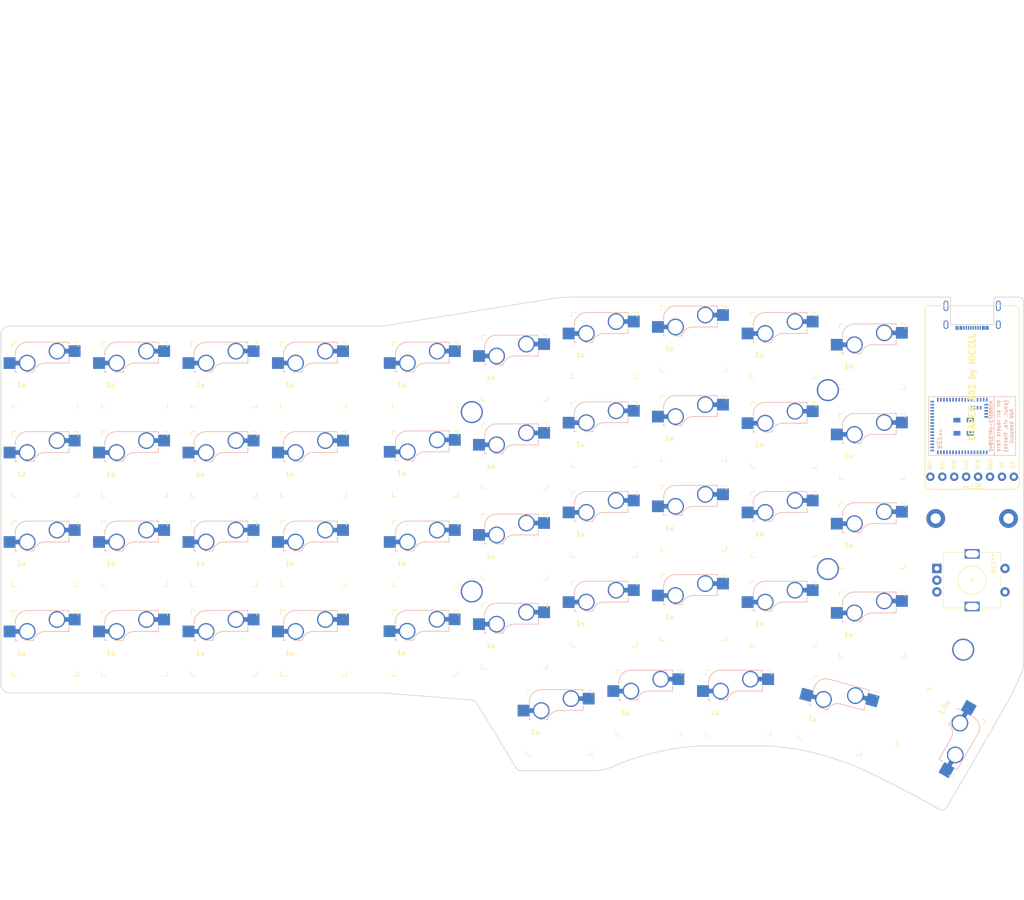
<source format=kicad_pcb>
(kicad_pcb (version 20211014) (generator pcbnew)
  (layers (0 "F.Cu" signal) (31 "B.Cu" signal) (34 "B.Paste" user) (35 "F.Paste" user) (36 "B.SilkS" user "B.Silkscreen") (37 "F.SilkS" user "F.Silkscreen") (38 "B.Mask" user) (39 "F.Mask" user) (44 "Edge.Cuts" user))
  (net 0 "")
  (net 1 "Net-(D1-Pad2)")
  (net 2 "Net-(D2-Pad2)")
  (net 3 "Net-(D3-Pad2)")
  (net 4 "Net-(D4-Pad2)")
  (net 5 "Net-(D5-Pad2)")
  (net 6 "Net-(D6-Pad2)")
  (net 7 "Net-(D7-Pad2)")
  (net 8 "Net-(D8-Pad2)")
  (net 9 "Net-(D9-Pad2)")
  (net 10 "Net-(D10-Pad2)")
  (net 11 "Net-(D11-Pad2)")
  (net 12 "Net-(D12-Pad2)")
  (net 13 "Net-(D13-Pad2)")
  (net 14 "Net-(D14-Pad2)")
  (net 15 "Net-(D15-Pad2)")
  (net 16 "Net-(D16-Pad2)")
  (net 17 "Net-(D17-Pad2)")
  (net 18 "Net-(D18-Pad2)")
  (net 19 "Net-(D19-Pad2)")
  (net 20 "Net-(D20-Pad2)")
  (net 21 "Net-(D21-Pad2)")
  (net 22 "Net-(D22-Pad2)")
  (net 23 "Net-(D23-Pad2)")
  (net 24 "Net-(D24-Pad2)")
  (net 25 "Net-(D26-Pad2)")
  (net 26 "Net-(D27-Pad2)")
  (net 27 "Net-(D28-Pad2)")
  (net 28 "col0")
  (net 29 "col1")
  (net 30 "col2")
  (net 31 "col3")
  (net 32 "col4")
  (net 33 "Net-(D29-Pad2)")
  (net 34 "Net-(SW31-Pad1)")
  (net 35 "Net-(D31-Pad2)")
  (net 36 "Net-(SW32-Pad1)")
  (net 37 "Net-(D32-Pad2)")
  (net 38 "Net-(SW33-Pad1)")
  (net 39 "Net-(D30-Pad2)")
  (net 40 "SW25A")
  (net 41 "Net-(D33-Pad2)")
  (net 42 "Net-(SW34-Pad1)")
  (net 43 "Net-(D34-Pad2)")
  (net 44 "Net-(D35-Pad2)")
  (net 45 "Net-(D36-Pad2)")
  (net 46 "Net-(D37-Pad2)")
  (net 47 "Net-(D38-Pad2)")
  (net 48 "Net-(D39-Pad2)")
  (net 49 "Net-(D40-Pad2)")
  (net 50 "Net-(D41-Pad2)")
  (net 51 "Net-(D42-Pad2)")
  (net 52 "Net-(D43-Pad2)")
  (net 53 "Net-(D44-Pad2)")
  (net 54 "Net-(D45-Pad2)")
  (net 55 "Net-(D46-Pad2)")
  (footprint "SofleKeyboard-footprint:HOLE_M2_TH" (layer "F.Cu") (at 199.77 38.075)
    (fp_text reference "TH3" hide)
    (fp_text value "HOLE" hide)
    (pad "" thru_hole circle locked (at 0 0 90) (size 4.7 4.7) (drill 4.1) (layers *.Cu *.Mask "Dwgs.User") (clearance 0.3))
  )
  (footprint "SofleKeyboard-footprint:HOLE_M2_TH" (layer "F.Cu") (at 123.945 42.75)
    (fp_text reference "TH4" hide)
    (fp_text value "HOLE" hide)
    (pad "" thru_hole circle locked (at 0 0 90) (size 4.7 4.7) (drill 4.1) (layers *.Cu *.Mask "Dwgs.User") (clearance 0.3))
  )
  (footprint "SofleKeyboard-footprint:HOLE_M2_TH" (layer "F.Cu") (at 199.77 76.175)
    (fp_text reference "TH5" hide)
    (fp_text value "HOLE" hide)
    (pad "" thru_hole circle locked (at 0 0 90) (size 4.7 4.7) (drill 4.1) (layers *.Cu *.Mask "Dwgs.User") (clearance 0.3))
  )
  (footprint "SofleKeyboard-footprint:HOLE_M2_TH" (layer "F.Cu") (at 123.945 80.95)
    (fp_text reference "TH6" hide)
    (fp_text value "HOLE" hide)
    (pad "" thru_hole circle locked (at 0 0 90) (size 4.7 4.7) (drill 4.1) (layers *.Cu *.Mask "Dwgs.User") (clearance 0.3))
  )
  (footprint "SofleKeyboard-footprint:HOLE_M2_TH" (layer "F.Cu") (at 228.6 93.345 90)
    (fp_text reference "TH7" hide)
    (fp_text value "HOLE" hide)
    (pad "" thru_hole circle locked (at 0 0 180) (size 4.7 4.7) (drill 4.1) (layers *.Cu *.Mask "Dwgs.User") (clearance 0.3))
  )
  (footprint "MX-hotswap:SW-HS-1u" (layer "F.Cu") (at 209.245 30.95)
    (fp_text reference "SW1")
    (fp_text value "1u" (at -6.096 2.032 unlocked) (layer "F.SilkS") (effects (font (thickness 0.2)) (justify left)))
    (pad "" np_thru_hole circle (at -5.08 0) (size 1.7018 1.7018) (drill 1.7018) (layers *.Cu *.Mask))
    (pad "" np_thru_hole circle (at 0 0) (size 3.9878 3.9878) (drill 3.9878) (layers *.Cu *.Mask))
    (pad "" np_thru_hole circle (at 5.08 0) (size 1.7 1.7) (drill 1.7) (layers *.Cu *.Mask))
    (pad "1" thru_hole circle (at -3.81 -2.54) (size 3.55 3.55) (drill 3) (layers *.Cu) (net 40 "SW25A"))
    (pad "1" connect rect (at -5.715 -2.54 90) (size 1 2.5) (layers "B.Cu") (net 40 "SW25A"))
    (pad "1" smd rect (at -7.56 -2.54) (size 2.55 2.5) (layers "B.Cu" "B.Paste" "B.Mask") (net 40 "SW25A"))
    (pad "2" smd rect (at 6.29 -5.08) (size 2.55 2.5) (layers "B.Cu" "B.Paste" "B.Mask") (net 1 "Net-(D1-Pad2)"))
    (pad "2" thru_hole circle (at 2.54 -5.08) (size 3.55 3.55) (drill 3) (layers *.Cu) (net 1 "Net-(D1-Pad2)"))
    (pad "2" connect rect (at 5.015 -5.08 270) (size 1 2.5) (layers "B.Cu") (net 1 "Net-(D1-Pad2)"))
  )
  (footprint "MX-hotswap:SW-HS-1u" (layer "F.Cu") (at 190.245 28.55)
    (fp_text reference "SW2")
    (fp_text value "1u" (at -6.096 2.032 unlocked) (layer "F.SilkS") (effects (font (thickness 0.2)) (justify left)))
    (pad "" np_thru_hole circle (at 5.08 0) (size 1.7 1.7) (drill 1.7) (layers *.Cu *.Mask))
    (pad "" np_thru_hole circle (at 0 0) (size 3.9878 3.9878) (drill 3.9878) (layers *.Cu *.Mask))
    (pad "" np_thru_hole circle (at -5.08 0) (size 1.7018 1.7018) (drill 1.7018) (layers *.Cu *.Mask))
    (pad "1" smd rect (at -7.56 -2.54) (size 2.55 2.5) (layers "B.Cu" "B.Paste" "B.Mask") (net 32 "col4"))
    (pad "1" thru_hole circle (at -3.81 -2.54) (size 3.55 3.55) (drill 3) (layers *.Cu) (net 32 "col4"))
    (pad "1" connect rect (at -5.715 -2.54 90) (size 1 2.5) (layers "B.Cu") (net 32 "col4"))
    (pad "2" thru_hole circle (at 2.54 -5.08) (size 3.55 3.55) (drill 3) (layers *.Cu) (net 2 "Net-(D2-Pad2)"))
    (pad "2" connect rect (at 5.015 -5.08 270) (size 1 2.5) (layers "B.Cu") (net 2 "Net-(D2-Pad2)"))
    (pad "2" smd rect (at 6.29 -5.08) (size 2.55 2.5) (layers "B.Cu" "B.Paste" "B.Mask") (net 2 "Net-(D2-Pad2)"))
  )
  (footprint "MX-hotswap:SW-HS-1u" (layer "F.Cu") (at 171.145 27.16)
    (fp_text reference "SW3")
    (fp_text value "1u" (at -6.096 2.032 unlocked) (layer "F.SilkS") (effects (font (thickness 0.2)) (justify left)))
    (pad "" np_thru_hole circle (at 5.08 0) (size 1.7 1.7) (drill 1.7) (layers *.Cu *.Mask))
    (pad "" np_thru_hole circle (at 0 0) (size 3.9878 3.9878) (drill 3.9878) (layers *.Cu *.Mask))
    (pad "" np_thru_hole circle (at -5.08 0) (size 1.7018 1.7018) (drill 1.7018) (layers *.Cu *.Mask))
    (pad "1" smd rect (at -7.56 -2.54) (size 2.55 2.5) (layers "B.Cu" "B.Paste" "B.Mask") (net 31 "col3"))
    (pad "1" connect rect (at -5.715 -2.54 90) (size 1 2.5) (layers "B.Cu") (net 31 "col3"))
    (pad "1" thru_hole circle (at -3.81 -2.54) (size 3.55 3.55) (drill 3) (layers *.Cu) (net 31 "col3"))
    (pad "2" thru_hole circle (at 2.54 -5.08) (size 3.55 3.55) (drill 3) (layers *.Cu) (net 3 "Net-(D3-Pad2)"))
    (pad "2" connect rect (at 5.015 -5.08 270) (size 1 2.5) (layers "B.Cu") (net 3 "Net-(D3-Pad2)"))
    (pad "2" smd rect (at 6.29 -5.08) (size 2.55 2.5) (layers "B.Cu" "B.Paste" "B.Mask") (net 3 "Net-(D3-Pad2)"))
  )
  (footprint "MX-hotswap:SW-HS-1u" (layer "F.Cu") (at 152.145 28.55)
    (fp_text reference "SW4")
    (fp_text value "1u" (at -6.096 2.032 unlocked) (layer "F.SilkS") (effects (font (thickness 0.2)) (justify left)))
    (pad "" np_thru_hole circle (at 5.08 0) (size 1.7 1.7) (drill 1.7) (layers *.Cu *.Mask))
    (pad "" np_thru_hole circle (at -5.08 0) (size 1.7018 1.7018) (drill 1.7018) (layers *.Cu *.Mask))
    (pad "" np_thru_hole circle (at 0 0) (size 3.9878 3.9878) (drill 3.9878) (layers *.Cu *.Mask))
    (pad "1" thru_hole circle (at -3.81 -2.54) (size 3.55 3.55) (drill 3) (layers *.Cu) (net 30 "col2"))
    (pad "1" smd rect (at -7.56 -2.54) (size 2.55 2.5) (layers "B.Cu" "B.Paste" "B.Mask") (net 30 "col2"))
    (pad "1" connect rect (at -5.715 -2.54 90) (size 1 2.5) (layers "B.Cu") (net 30 "col2"))
    (pad "2" smd rect (at 6.29 -5.08) (size 2.55 2.5) (layers "B.Cu" "B.Paste" "B.Mask") (net 4 "Net-(D4-Pad2)"))
    (pad "2" connect rect (at 5.015 -5.08 270) (size 1 2.5) (layers "B.Cu") (net 4 "Net-(D4-Pad2)"))
    (pad "2" thru_hole circle (at 2.54 -5.08) (size 3.55 3.55) (drill 3) (layers *.Cu) (net 4 "Net-(D4-Pad2)"))
  )
  (footprint "MX-hotswap:SW-HS-1u" (layer "F.Cu") (at 133.045 33.35)
    (fp_text reference "SW5")
    (fp_text value "1u" (at -6.096 2.032 unlocked) (layer "F.SilkS") (effects (font (thickness 0.2)) (justify left)))
    (pad "" np_thru_hole circle (at -5.08 0) (size 1.7018 1.7018) (drill 1.7018) (layers *.Cu *.Mask))
    (pad "" np_thru_hole circle (at 0 0) (size 3.9878 3.9878) (drill 3.9878) (layers *.Cu *.Mask))
    (pad "" np_thru_hole circle (at 5.08 0) (size 1.7 1.7) (drill 1.7) (layers *.Cu *.Mask))
    (pad "1" connect rect (at -5.715 -2.54 90) (size 1 2.5) (layers "B.Cu") (net 29 "col1"))
    (pad "1" thru_hole circle (at -3.81 -2.54) (size 3.55 3.55) (drill 3) (layers *.Cu) (net 29 "col1"))
    (pad "1" smd rect (at -7.56 -2.54) (size 2.55 2.5) (layers "B.Cu" "B.Paste" "B.Mask") (net 29 "col1"))
    (pad "2" thru_hole circle (at 2.54 -5.08) (size 3.55 3.55) (drill 3) (layers *.Cu) (net 5 "Net-(D5-Pad2)"))
    (pad "2" connect rect (at 5.015 -5.08 270) (size 1 2.5) (layers "B.Cu") (net 5 "Net-(D5-Pad2)"))
    (pad "2" smd rect (at 6.29 -5.08) (size 2.55 2.5) (layers "B.Cu" "B.Paste" "B.Mask") (net 5 "Net-(D5-Pad2)"))
  )
  (footprint "MX-hotswap:SW-HS-1u" (layer "F.Cu") (at 114.045 34.85)
    (fp_text reference "SW6")
    (fp_text value "1u" (at -6.096 2.032 unlocked) (layer "F.SilkS") (effects (font (thickness 0.2)) (justify left)))
    (pad "" np_thru_hole circle (at 0 0) (size 3.9878 3.9878) (drill 3.9878) (layers *.Cu *.Mask))
    (pad "" np_thru_hole circle (at -5.08 0) (size 1.7018 1.7018) (drill 1.7018) (layers *.Cu *.Mask))
    (pad "" np_thru_hole circle (at 5.08 0) (size 1.7 1.7) (drill 1.7) (layers *.Cu *.Mask))
    (pad "1" thru_hole circle (at -3.81 -2.54) (size 3.55 3.55) (drill 3) (layers *.Cu) (net 28 "col0"))
    (pad "1" smd rect (at -7.56 -2.54) (size 2.55 2.5) (layers "B.Cu" "B.Paste" "B.Mask") (net 28 "col0"))
    (pad "1" connect rect (at -5.715 -2.54 90) (size 1 2.5) (layers "B.Cu") (net 28 "col0"))
    (pad "2" thru_hole circle (at 2.54 -5.08) (size 3.55 3.55) (drill 3) (layers *.Cu) (net 6 "Net-(D6-Pad2)"))
    (pad "2" connect rect (at 5.015 -5.08 270) (size 1 2.5) (layers "B.Cu") (net 6 "Net-(D6-Pad2)"))
    (pad "2" smd rect (at 6.29 -5.08) (size 2.55 2.5) (layers "B.Cu" "B.Paste" "B.Mask") (net 6 "Net-(D6-Pad2)"))
  )
  (footprint "MX-hotswap:SW-HS-1u" (layer "F.Cu") (at 209.245 50.05)
    (fp_text reference "SW7")
    (fp_text value "1u" (at -6.096 2.032 unlocked) (layer "F.SilkS") (effects (font (thickness 0.2)) (justify left)))
    (pad "" np_thru_hole circle (at -5.08 0) (size 1.7018 1.7018) (drill 1.7018) (layers *.Cu *.Mask))
    (pad "" np_thru_hole circle (at 0 0) (size 3.9878 3.9878) (drill 3.9878) (layers *.Cu *.Mask))
    (pad "" np_thru_hole circle (at 5.08 0) (size 1.7 1.7) (drill 1.7) (layers *.Cu *.Mask))
    (pad "1" thru_hole circle (at -3.81 -2.54) (size 3.55 3.55) (drill 3) (layers *.Cu) (net 40 "SW25A"))
    (pad "1" smd rect (at -7.56 -2.54) (size 2.55 2.5) (layers "B.Cu" "B.Paste" "B.Mask") (net 40 "SW25A"))
    (pad "1" connect rect (at -5.715 -2.54 90) (size 1 2.5) (layers "B.Cu") (net 40 "SW25A"))
    (pad "2" thru_hole circle (at 2.54 -5.08) (size 3.55 3.55) (drill 3) (layers *.Cu) (net 7 "Net-(D7-Pad2)"))
    (pad "2" connect rect (at 5.015 -5.08 270) (size 1 2.5) (layers "B.Cu") (net 7 "Net-(D7-Pad2)"))
    (pad "2" smd rect (at 6.29 -5.08) (size 2.55 2.5) (layers "B.Cu" "B.Paste" "B.Mask") (net 7 "Net-(D7-Pad2)"))
  )
  (footprint "MX-hotswap:SW-HS-1u" (layer "F.Cu") (at 190.245 47.65)
    (fp_text reference "SW8")
    (fp_text value "1u" (at -6.096 2.032 unlocked) (layer "F.SilkS") (effects (font (thickness 0.2)) (justify left)))
    (pad "" np_thru_hole circle (at 5.08 0) (size 1.7 1.7) (drill 1.7) (layers *.Cu *.Mask))
    (pad "" np_thru_hole circle (at -5.08 0) (size 1.7018 1.7018) (drill 1.7018) (layers *.Cu *.Mask))
    (pad "" np_thru_hole circle (at 0 0) (size 3.9878 3.9878) (drill 3.9878) (layers *.Cu *.Mask))
    (pad "1" connect rect (at -5.715 -2.54 90) (size 1 2.5) (layers "B.Cu") (net 32 "col4"))
    (pad "1" thru_hole circle (at -3.81 -2.54) (size 3.55 3.55) (drill 3) (layers *.Cu) (net 32 "col4"))
    (pad "1" smd rect (at -7.56 -2.54) (size 2.55 2.5) (layers "B.Cu" "B.Paste" "B.Mask") (net 32 "col4"))
    (pad "2" connect rect (at 5.015 -5.08 270) (size 1 2.5) (layers "B.Cu") (net 8 "Net-(D8-Pad2)"))
    (pad "2" smd rect (at 6.29 -5.08) (size 2.55 2.5) (layers "B.Cu" "B.Paste" "B.Mask") (net 8 "Net-(D8-Pad2)"))
    (pad "2" thru_hole circle (at 2.54 -5.08) (size 3.55 3.55) (drill 3) (layers *.Cu) (net 8 "Net-(D8-Pad2)"))
  )
  (footprint "MX-hotswap:SW-HS-1u" (layer "F.Cu") (at 171.145 46.25)
    (fp_text reference "SW9")
    (fp_text value "1u" (at -6.096 2.032 unlocked) (layer "F.SilkS") (effects (font (thickness 0.2)) (justify left)))
    (pad "" np_thru_hole circle (at 0 0) (size 3.9878 3.9878) (drill 3.9878) (layers *.Cu *.Mask))
    (pad "" np_thru_hole circle (at 5.08 0) (size 1.7 1.7) (drill 1.7) (layers *.Cu *.Mask))
    (pad "" np_thru_hole circle (at -5.08 0) (size 1.7018 1.7018) (drill 1.7018) (layers *.Cu *.Mask))
    (pad "1" connect rect (at -5.715 -2.54 90) (size 1 2.5) (layers "B.Cu") (net 31 "col3"))
    (pad "1" smd rect (at -7.56 -2.54) (size 2.55 2.5) (layers "B.Cu" "B.Paste" "B.Mask") (net 31 "col3"))
    (pad "1" thru_hole circle (at -3.81 -2.54) (size 3.55 3.55) (drill 3) (layers *.Cu) (net 31 "col3"))
    (pad "2" connect rect (at 5.015 -5.08 270) (size 1 2.5) (layers "B.Cu") (net 9 "Net-(D9-Pad2)"))
    (pad "2" smd rect (at 6.29 -5.08) (size 2.55 2.5) (layers "B.Cu" "B.Paste" "B.Mask") (net 9 "Net-(D9-Pad2)"))
    (pad "2" thru_hole circle (at 2.54 -5.08) (size 3.55 3.55) (drill 3) (layers *.Cu) (net 9 "Net-(D9-Pad2)"))
  )
  (footprint "MX-hotswap:SW-HS-1u" (layer "F.Cu") (at 152.145 47.55)
    (fp_text reference "SW10")
    (fp_text value "1u" (at -6.096 2.032 unlocked) (layer "F.SilkS") (effects (font (thickness 0.2)) (justify left)))
    (pad "" np_thru_hole circle (at -5.08 0) (size 1.7018 1.7018) (drill 1.7018) (layers *.Cu *.Mask))
    (pad "" np_thru_hole circle (at 5.08 0) (size 1.7 1.7) (drill 1.7) (layers *.Cu *.Mask))
    (pad "" np_thru_hole circle (at 0 0) (size 3.9878 3.9878) (drill 3.9878) (layers *.Cu *.Mask))
    (pad "1" thru_hole circle (at -3.81 -2.54) (size 3.55 3.55) (drill 3) (layers *.Cu) (net 30 "col2"))
    (pad "1" connect rect (at -5.715 -2.54 90) (size 1 2.5) (layers "B.Cu") (net 30 "col2"))
    (pad "1" smd rect (at -7.56 -2.54) (size 2.55 2.5) (layers "B.Cu" "B.Paste" "B.Mask") (net 30 "col2"))
    (pad "2" connect rect (at 5.015 -5.08 270) (size 1 2.5) (layers "B.Cu") (net 10 "Net-(D10-Pad2)"))
    (pad "2" thru_hole circle (at 2.54 -5.08) (size 3.55 3.55) (drill 3) (layers *.Cu) (net 10 "Net-(D10-Pad2)"))
    (pad "2" smd rect (at 6.29 -5.08) (size 2.55 2.5) (layers "B.Cu" "B.Paste" "B.Mask") (net 10 "Net-(D10-Pad2)"))
  )
  (footprint "MX-hotswap:SW-HS-1u" (layer "F.Cu") (at 133.045 52.25)
    (fp_text reference "SW11")
    (fp_text value "1u" (at -6.096 2.032 unlocked) (layer "F.SilkS") (effects (font (thickness 0.2)) (justify left)))
    (pad "" np_thru_hole circle (at 0 0) (size 3.9878 3.9878) (drill 3.9878) (layers *.Cu *.Mask))
    (pad "" np_thru_hole circle (at -5.08 0) (size 1.7018 1.7018) (drill 1.7018) (layers *.Cu *.Mask))
    (pad "" np_thru_hole circle (at 5.08 0) (size 1.7 1.7) (drill 1.7) (layers *.Cu *.Mask))
    (pad "1" smd rect (at -7.56 -2.54) (size 2.55 2.5) (layers "B.Cu" "B.Paste" "B.Mask") (net 29 "col1"))
    (pad "1" connect rect (at -5.715 -2.54 90) (size 1 2.5) (layers "B.Cu") (net 29 "col1"))
    (pad "1" thru_hole circle (at -3.81 -2.54) (size 3.55 3.55) (drill 3) (layers *.Cu) (net 29 "col1"))
    (pad "2" connect rect (at 5.015 -5.08 270) (size 1 2.5) (layers "B.Cu") (net 11 "Net-(D11-Pad2)"))
    (pad "2" smd rect (at 6.29 -5.08) (size 2.55 2.5) (layers "B.Cu" "B.Paste" "B.Mask") (net 11 "Net-(D11-Pad2)"))
    (pad "2" thru_hole circle (at 2.54 -5.08) (size 3.55 3.55) (drill 3) (layers *.Cu) (net 11 "Net-(D11-Pad2)"))
  )
  (footprint "MX-hotswap:SW-HS-1u" (layer "F.Cu") (at 114.045 53.75)
    (fp_text reference "SW12")
    (fp_text value "1u" (at -6.096 2.032 unlocked) (layer "F.SilkS") (effects (font (thickness 0.2)) (justify left)))
    (pad "" np_thru_hole circle (at 5.08 0) (size 1.7 1.7) (drill 1.7) (layers *.Cu *.Mask))
    (pad "" np_thru_hole circle (at -5.08 0) (size 1.7018 1.7018) (drill 1.7018) (layers *.Cu *.Mask))
    (pad "" np_thru_hole circle (at 0 0) (size 3.9878 3.9878) (drill 3.9878) (layers *.Cu *.Mask))
    (pad "1" thru_hole circle (at -3.81 -2.54) (size 3.55 3.55) (drill 3) (layers *.Cu) (net 28 "col0"))
    (pad "1" smd rect (at -7.56 -2.54) (size 2.55 2.5) (layers "B.Cu" "B.Paste" "B.Mask") (net 28 "col0"))
    (pad "1" connect rect (at -5.715 -2.54 90) (size 1 2.5) (layers "B.Cu") (net 28 "col0"))
    (pad "2" smd rect (at 6.29 -5.08) (size 2.55 2.5) (layers "B.Cu" "B.Paste" "B.Mask") (net 12 "Net-(D12-Pad2)"))
    (pad "2" connect rect (at 5.015 -5.08 270) (size 1 2.5) (layers "B.Cu") (net 12 "Net-(D12-Pad2)"))
    (pad "2" thru_hole circle (at 2.54 -5.08) (size 3.55 3.55) (drill 3) (layers *.Cu) (net 12 "Net-(D12-Pad2)"))
  )
  (footprint "MX-hotswap:SW-HS-1u" (layer "F.Cu") (at 209.245 69.05)
    (fp_text reference "SW13")
    (fp_text value "1u" (at -6.096 2.032 unlocked) (layer "F.SilkS") (effects (font (thickness 0.2)) (justify left)))
    (pad "" np_thru_hole circle (at -5.08 0) (size 1.7018 1.7018) (drill 1.7018) (layers *.Cu *.Mask))
    (pad "" np_thru_hole circle (at 0 0) (size 3.9878 3.9878) (drill 3.9878) (layers *.Cu *.Mask))
    (pad "" np_thru_hole circle (at 5.08 0) (size 1.7 1.7) (drill 1.7) (layers *.Cu *.Mask))
    (pad "1" thru_hole circle (at -3.81 -2.54) (size 3.55 3.55) (drill 3) (layers *.Cu) (net 40 "SW25A"))
    (pad "1" smd rect (at -7.56 -2.54) (size 2.55 2.5) (layers "B.Cu" "B.Paste" "B.Mask") (net 40 "SW25A"))
    (pad "1" connect rect (at -5.715 -2.54 90) (size 1 2.5) (layers "B.Cu") (net 40 "SW25A"))
    (pad "2" smd rect (at 6.29 -5.08) (size 2.55 2.5) (layers "B.Cu" "B.Paste" "B.Mask") (net 13 "Net-(D13-Pad2)"))
    (pad "2" connect rect (at 5.015 -5.08 270) (size 1 2.5) (layers "B.Cu") (net 13 "Net-(D13-Pad2)"))
    (pad "2" thru_hole circle (at 2.54 -5.08) (size 3.55 3.55) (drill 3) (layers *.Cu) (net 13 "Net-(D13-Pad2)"))
  )
  (footprint "MX-hotswap:SW-HS-1u" (layer "F.Cu") (at 190.245 66.65)
    (fp_text reference "SW14")
    (fp_text value "1u" (at -6.096 2.032 unlocked) (layer "F.SilkS") (effects (font (thickness 0.2)) (justify left)))
    (pad "" np_thru_hole circle (at 0 0) (size 3.9878 3.9878) (drill 3.9878) (layers *.Cu *.Mask))
    (pad "" np_thru_hole circle (at 5.08 0) (size 1.7 1.7) (drill 1.7) (layers *.Cu *.Mask))
    (pad "" np_thru_hole circle (at -5.08 0) (size 1.7018 1.7018) (drill 1.7018) (layers *.Cu *.Mask))
    (pad "1" connect rect (at -5.715 -2.54 90) (size 1 2.5) (layers "B.Cu") (net 32 "col4"))
    (pad "1" thru_hole circle (at -3.81 -2.54) (size 3.55 3.55) (drill 3) (layers *.Cu) (net 32 "col4"))
    (pad "1" smd rect (at -7.56 -2.54) (size 2.55 2.5) (layers "B.Cu" "B.Paste" "B.Mask") (net 32 "col4"))
    (pad "2" smd rect (at 6.29 -5.08) (size 2.55 2.5) (layers "B.Cu" "B.Paste" "B.Mask") (net 14 "Net-(D14-Pad2)"))
    (pad "2" connect rect (at 5.015 -5.08 270) (size 1 2.5) (layers "B.Cu") (net 14 "Net-(D14-Pad2)"))
    (pad "2" thru_hole circle (at 2.54 -5.08) (size 3.55 3.55) (drill 3) (layers *.Cu) (net 14 "Net-(D14-Pad2)"))
  )
  (footprint "MX-hotswap:SW-HS-1u" (layer "F.Cu") (at 171.145 65.35)
    (fp_text reference "SW15")
    (fp_text value "1u" (at -6.096 2.032 unlocked) (layer "F.SilkS") (effects (font (thickness 0.2)) (justify left)))
    (pad "" np_thru_hole circle (at 0 0) (size 3.9878 3.9878) (drill 3.9878) (layers *.Cu *.Mask))
    (pad "" np_thru_hole circle (at -5.08 0) (size 1.7018 1.7018) (drill 1.7018) (layers *.Cu *.Mask))
    (pad "" np_thru_hole circle (at 5.08 0) (size 1.7 1.7) (drill 1.7) (layers *.Cu *.Mask))
    (pad "1" thru_hole circle (at -3.81 -2.54) (size 3.55 3.55) (drill 3) (layers *.Cu) (net 31 "col3"))
    (pad "1" smd rect (at -7.56 -2.54) (size 2.55 2.5) (layers "B.Cu" "B.Paste" "B.Mask") (net 31 "col3"))
    (pad "1" connect rect (at -5.715 -2.54 90) (size 1 2.5) (layers "B.Cu") (net 31 "col3"))
    (pad "2" connect rect (at 5.015 -5.08 270) (size 1 2.5) (layers "B.Cu") (net 15 "Net-(D15-Pad2)"))
    (pad "2" smd rect (at 6.29 -5.08) (size 2.55 2.5) (layers "B.Cu" "B.Paste" "B.Mask") (net 15 "Net-(D15-Pad2)"))
    (pad "2" thru_hole circle (at 2.54 -5.08) (size 3.55 3.55) (drill 3) (layers *.Cu) (net 15 "Net-(D15-Pad2)"))
  )
  (footprint "MX-hotswap:SW-HS-1u" (layer "F.Cu") (at 152.145 66.65)
    (fp_text reference "SW16")
    (fp_text value "1u" (at -6.096 2.032 unlocked) (layer "F.SilkS") (effects (font (thickness 0.2)) (justify left)))
    (pad "" np_thru_hole circle (at 5.08 0) (size 1.7 1.7) (drill 1.7) (layers *.Cu *.Mask))
    (pad "" np_thru_hole circle (at 0 0) (size 3.9878 3.9878) (drill 3.9878) (layers *.Cu *.Mask))
    (pad "" np_thru_hole circle (at -5.08 0) (size 1.7018 1.7018) (drill 1.7018) (layers *.Cu *.Mask))
    (pad "1" smd rect (at -7.56 -2.54) (size 2.55 2.5) (layers "B.Cu" "B.Paste" "B.Mask") (net 30 "col2"))
    (pad "1" connect rect (at -5.715 -2.54 90) (size 1 2.5) (layers "B.Cu") (net 30 "col2"))
    (pad "1" thru_hole circle (at -3.81 -2.54) (size 3.55 3.55) (drill 3) (layers *.Cu) (net 30 "col2"))
    (pad "2" smd rect (at 6.29 -5.08) (size 2.55 2.5) (layers "B.Cu" "B.Paste" "B.Mask") (net 16 "Net-(D16-Pad2)"))
    (pad "2" thru_hole circle (at 2.54 -5.08) (size 3.55 3.55) (drill 3) (layers *.Cu) (net 16 "Net-(D16-Pad2)"))
    (pad "2" connect rect (at 5.015 -5.08 270) (size 1 2.5) (layers "B.Cu") (net 16 "Net-(D16-Pad2)"))
  )
  (footprint "MX-hotswap:SW-HS-1u" (layer "F.Cu") (at 133.045 71.45)
    (fp_text reference "SW17")
    (fp_text value "1u" (at -6.096 2.032 unlocked) (layer "F.SilkS") (effects (font (thickness 0.2)) (justify left)))
    (pad "" np_thru_hole circle (at -5.08 0) (size 1.7018 1.7018) (drill 1.7018) (layers *.Cu *.Mask))
    (pad "" np_thru_hole circle (at 5.08 0) (size 1.7 1.7) (drill 1.7) (layers *.Cu *.Mask))
    (pad "" np_thru_hole circle (at 0 0) (size 3.9878 3.9878) (drill 3.9878) (layers *.Cu *.Mask))
    (pad "1" thru_hole circle (at -3.81 -2.54) (size 3.55 3.55) (drill 3) (layers *.Cu) (net 29 "col1"))
    (pad "1" smd rect (at -7.56 -2.54) (size 2.55 2.5) (layers "B.Cu" "B.Paste" "B.Mask") (net 29 "col1"))
    (pad "1" connect rect (at -5.715 -2.54 90) (size 1 2.5) (layers "B.Cu") (net 29 "col1"))
    (pad "2" connect rect (at 5.015 -5.08 270) (size 1 2.5) (layers "B.Cu") (net 17 "Net-(D17-Pad2)"))
    (pad "2" thru_hole circle (at 2.54 -5.08) (size 3.55 3.55) (drill 3) (layers *.Cu) (net 17 "Net-(D17-Pad2)"))
    (pad "2" smd rect (at 6.29 -5.08) (size 2.55 2.5) (layers "B.Cu" "B.Paste" "B.Mask") (net 17 "Net-(D17-Pad2)"))
  )
  (footprint "MX-hotswap:SW-HS-1u" (layer "F.Cu") (at 114.045 72.95)
    (fp_text reference "SW18")
    (fp_text value "1u" (at -6.096 2.032 unlocked) (layer "F.SilkS") (effects (font (thickness 0.2)) (justify left)))
    (pad "" np_thru_hole circle (at 5.08 0) (size 1.7 1.7) (drill 1.7) (layers *.Cu *.Mask))
    (pad "" np_thru_hole circle (at 0 0) (size 3.9878 3.9878) (drill 3.9878) (layers *.Cu *.Mask))
    (pad "" np_thru_hole circle (at -5.08 0) (size 1.7018 1.7018) (drill 1.7018) (layers *.Cu *.Mask))
    (pad "1" connect rect (at -5.715 -2.54 90) (size 1 2.5) (layers "B.Cu") (net 28 "col0"))
    (pad "1" thru_hole circle (at -3.81 -2.54) (size 3.55 3.55) (drill 3) (layers *.Cu) (net 28 "col0"))
    (pad "1" smd rect (at -7.56 -2.54) (size 2.55 2.5) (layers "B.Cu" "B.Paste" "B.Mask") (net 28 "col0"))
    (pad "2" thru_hole circle (at 2.54 -5.08) (size 3.55 3.55) (drill 3) (layers *.Cu) (net 18 "Net-(D18-Pad2)"))
    (pad "2" smd rect (at 6.29 -5.08) (size 2.55 2.5) (layers "B.Cu" "B.Paste" "B.Mask") (net 18 "Net-(D18-Pad2)"))
    (pad "2" connect rect (at 5.015 -5.08 270) (size 1 2.5) (layers "B.Cu") (net 18 "Net-(D18-Pad2)"))
  )
  (footprint "MX-hotswap:SW-HS-1u" (layer "F.Cu") (at 209.245 88.05)
    (fp_text reference "SW19")
    (fp_text value "1u" (at -6.096 2.032 unlocked) (layer "F.SilkS") (effects (font (thickness 0.2)) (justify left)))
    (pad "" np_thru_hole circle (at -5.08 0) (size 1.7018 1.7018) (drill 1.7018) (layers *.Cu *.Mask))
    (pad "" np_thru_hole circle (at 5.08 0) (size 1.7 1.7) (drill 1.7) (layers *.Cu *.Mask))
    (pad "" np_thru_hole circle (at 0 0) (size 3.9878 3.9878) (drill 3.9878) (layers *.Cu *.Mask))
    (pad "1" thru_hole circle (at -3.81 -2.54) (size 3.55 3.55) (drill 3) (layers *.Cu) (net 40 "SW25A"))
    (pad "1" connect rect (at -5.715 -2.54 90) (size 1 2.5) (layers "B.Cu") (net 40 "SW25A"))
    (pad "1" smd rect (at -7.56 -2.54) (size 2.55 2.5) (layers "B.Cu" "B.Paste" "B.Mask") (net 40 "SW25A"))
    (pad "2" connect rect (at 5.015 -5.08 270) (size 1 2.5) (layers "B.Cu") (net 19 "Net-(D19-Pad2)"))
    (pad "2" smd rect (at 6.29 -5.08) (size 2.55 2.5) (layers "B.Cu" "B.Paste" "B.Mask") (net 19 "Net-(D19-Pad2)"))
    (pad "2" thru_hole circle (at 2.54 -5.08) (size 3.55 3.55) (drill 3) (layers *.Cu) (net 19 "Net-(D19-Pad2)"))
  )
  (footprint "MX-hotswap:SW-HS-1u" (layer "F.Cu") (at 190.245 85.75)
    (fp_text reference "SW20")
    (fp_text value "1u" (at -6.096 2.032 unlocked) (layer "F.SilkS") (effects (font (thickness 0.2)) (justify left)))
    (pad "" np_thru_hole circle (at 5.08 0) (size 1.7 1.7) (drill 1.7) (layers *.Cu *.Mask))
    (pad "" np_thru_hole circle (at 0 0) (size 3.9878 3.9878) (drill 3.9878) (layers *.Cu *.Mask))
    (pad "" np_thru_hole circle (at -5.08 0) (size 1.7018 1.7018) (drill 1.7018) (layers *.Cu *.Mask))
    (pad "1" connect rect (at -5.715 -2.54 90) (size 1 2.5) (layers "B.Cu") (net 32 "col4"))
    (pad "1" smd rect (at -7.56 -2.54) (size 2.55 2.5) (layers "B.Cu" "B.Paste" "B.Mask") (net 32 "col4"))
    (pad "1" thru_hole circle (at -3.81 -2.54) (size 3.55 3.55) (drill 3) (layers *.Cu) (net 32 "col4"))
    (pad "2" thru_hole circle (at 2.54 -5.08) (size 3.55 3.55) (drill 3) (layers *.Cu) (net 20 "Net-(D20-Pad2)"))
    (pad "2" smd rect (at 6.29 -5.08) (size 2.55 2.5) (layers "B.Cu" "B.Paste" "B.Mask") (net 20 "Net-(D20-Pad2)"))
    (pad "2" connect rect (at 5.015 -5.08 270) (size 1 2.5) (layers "B.Cu") (net 20 "Net-(D20-Pad2)"))
  )
  (footprint "MX-hotswap:SW-HS-1u" (layer "F.Cu") (at 171.145 84.35)
    (fp_text reference "SW21")
    (fp_text value "1u" (at -6.096 2.032 unlocked) (layer "F.SilkS") (effects (font (thickness 0.2)) (justify left)))
    (pad "" np_thru_hole circle (at -5.08 0) (size 1.7018 1.7018) (drill 1.7018) (layers *.Cu *.Mask))
    (pad "" np_thru_hole circle (at 0 0) (size 3.9878 3.9878) (drill 3.9878) (layers *.Cu *.Mask))
    (pad "" np_thru_hole circle (at 5.08 0) (size 1.7 1.7) (drill 1.7) (layers *.Cu *.Mask))
    (pad "1" smd rect (at -7.56 -2.54) (size 2.55 2.5) (layers "B.Cu" "B.Paste" "B.Mask") (net 31 "col3"))
    (pad "1" thru_hole circle (at -3.81 -2.54) (size 3.55 3.55) (drill 3) (layers *.Cu) (net 31 "col3"))
    (pad "1" connect rect (at -5.715 -2.54 90) (size 1 2.5) (layers "B.Cu") (net 31 "col3"))
    (pad "2" thru_hole circle (at 2.54 -5.08) (size 3.55 3.55) (drill 3) (layers *.Cu) (net 21 "Net-(D21-Pad2)"))
    (pad "2" smd rect (at 6.29 -5.08) (size 2.55 2.5) (layers "B.Cu" "B.Paste" "B.Mask") (net 21 "Net-(D21-Pad2)"))
    (pad "2" connect rect (at 5.015 -5.08 270) (size 1 2.5) (layers "B.Cu") (net 21 "Net-(D21-Pad2)"))
  )
  (footprint "MX-hotswap:SW-HS-1u" (layer "F.Cu") (at 152.145 85.75)
    (fp_text reference "SW22")
    (fp_text value "1u" (at -6.096 2.032 unlocked) (layer "F.SilkS") (effects (font (thickness 0.2)) (justify left)))
    (pad "" np_thru_hole circle (at 0 0) (size 3.9878 3.9878) (drill 3.9878) (layers *.Cu *.Mask))
    (pad "" np_thru_hole circle (at -5.08 0) (size 1.7018 1.7018) (drill 1.7018) (layers *.Cu *.Mask))
    (pad "" np_thru_hole circle (at 5.08 0) (size 1.7 1.7) (drill 1.7) (layers *.Cu *.Mask))
    (pad "1" thru_hole circle (at -3.81 -2.54) (size 3.55 3.55) (drill 3) (layers *.Cu) (net 30 "col2"))
    (pad "1" smd rect (at -7.56 -2.54) (size 2.55 2.5) (layers "B.Cu" "B.Paste" "B.Mask") (net 30 "col2"))
    (pad "1" connect rect (at -5.715 -2.54 90) (size 1 2.5) (layers "B.Cu") (net 30 "col2"))
    (pad "2" smd rect (at 6.29 -5.08) (size 2.55 2.5) (layers "B.Cu" "B.Paste" "B.Mask") (net 22 "Net-(D22-Pad2)"))
    (pad "2" connect rect (at 5.015 -5.08 270) (size 1 2.5) (layers "B.Cu") (net 22 "Net-(D22-Pad2)"))
    (pad "2" thru_hole circle (at 2.54 -5.08) (size 3.55 3.55) (drill 3) (layers *.Cu) (net 22 "Net-(D22-Pad2)"))
  )
  (footprint "MX-hotswap:SW-HS-1u" (layer "F.Cu") (at 133.045 90.45)
    (fp_text reference "SW23")
    (fp_text value "1u" (at -6.096 2.032 unlocked) (layer "F.SilkS") (effects (font (thickness 0.2)) (justify left)))
    (pad "" np_thru_hole circle (at -5.08 0) (size 1.7018 1.7018) (drill 1.7018) (layers *.Cu *.Mask))
    (pad "" np_thru_hole circle (at 5.08 0) (size 1.7 1.7) (drill 1.7) (layers *.Cu *.Mask))
    (pad "" np_thru_hole circle (at 0 0) (size 3.9878 3.9878) (drill 3.9878) (layers *.Cu *.Mask))
    (pad "1" smd rect (at -7.56 -2.54) (size 2.55 2.5) (layers "B.Cu" "B.Paste" "B.Mask") (net 29 "col1"))
    (pad "1" connect rect (at -5.715 -2.54 90) (size 1 2.5) (layers "B.Cu") (net 29 "col1"))
    (pad "1" thru_hole circle (at -3.81 -2.54) (size 3.55 3.55) (drill 3) (layers *.Cu) (net 29 "col1"))
    (pad "2" smd rect (at 6.29 -5.08) (size 2.55 2.5) (layers "B.Cu" "B.Paste" "B.Mask") (net 23 "Net-(D23-Pad2)"))
    (pad "2" thru_hole circle (at 2.54 -5.08) (size 3.55 3.55) (drill 3) (layers *.Cu) (net 23 "Net-(D23-Pad2)"))
    (pad "2" connect rect (at 5.015 -5.08 270) (size 1 2.5) (layers "B.Cu") (net 23 "Net-(D23-Pad2)"))
  )
  (footprint "MX-hotswap:SW-HS-1u" (layer "F.Cu") (at 113.995 91.95)
    (fp_text reference "SW24")
    (fp_text value "1u" (at -6.096 2.032 unlocked) (layer "F.SilkS") (effects (font (thickness 0.2)) (justify left)))
    (pad "" np_thru_hole circle (at 0 0) (size 3.9878 3.9878) (drill 3.9878) (layers *.Cu *.Mask))
    (pad "" np_thru_hole circle (at -5.08 0) (size 1.7018 1.7018) (drill 1.7018) (layers *.Cu *.Mask))
    (pad "" np_thru_hole circle (at 5.08 0) (size 1.7 1.7) (drill 1.7) (layers *.Cu *.Mask))
    (pad "1" thru_hole circle (at -3.81 -2.54) (size 3.55 3.55) (drill 3) (layers *.Cu) (net 28 "col0"))
    (pad "1" smd rect (at -7.56 -2.54) (size 2.55 2.5) (layers "B.Cu" "B.Paste" "B.Mask") (net 28 "col0"))
    (pad "1" connect rect (at -5.715 -2.54 90) (size 1 2.5) (layers "B.Cu") (net 28 "col0"))
    (pad "2" connect rect (at 5.015 -5.08 270) (size 1 2.5) (layers "B.Cu") (net 24 "Net-(D24-Pad2)"))
    (pad "2" smd rect (at 6.29 -5.08) (size 2.55 2.5) (layers "B.Cu" "B.Paste" "B.Mask") (net 24 "Net-(D24-Pad2)"))
    (pad "2" thru_hole circle (at 2.54 -5.08) (size 3.55 3.55) (drill 3) (layers *.Cu) (net 24 "Net-(D24-Pad2)"))
  )
  (footprint "MX-hotswap:SW-HS-1.5u" (layer "F.Cu") (at 223.785 111.02 -120)
    (fp_text reference "SW26")
    (fp_text value "1.5u" (at -5.08 2.032 60) (layer "F.SilkS") (effects (font (thickness 0.2))))
    (pad "" np_thru_hole circle (at -5.08 0 240) (size 1.7018 1.7018) (drill 1.7018) (layers *.Cu *.Mask))
    (pad "" np_thru_hole circle (at 5.08 0 240) (size 1.7 1.7) (drill 1.7) (layers *.Cu *.Mask))
    (pad "" np_thru_hole circle (at 0 0 240) (size 3.9878 3.9878) (drill 3.9878) (layers *.Cu *.Mask))
    (pad "1" smd rect (at -7.56 -2.54 240) (size 2.55 2.5) (layers "B.Cu" "B.Paste" "B.Mask") (net 32 "col4"))
    (pad "1" connect rect (at -5.715 -2.54 330) (size 1 2.5) (layers "B.Cu") (net 32 "col4"))
    (pad "1" thru_hole circle (at -3.81 -2.54 240) (size 3.55 3.55) (drill 3) (layers *.Cu) (net 32 "col4"))
    (pad "2" thru_hole circle (at 2.54 -5.08 240) (size 3.55 3.55) (drill 3) (layers *.Cu) (net 25 "Net-(D26-Pad2)"))
    (pad "2" smd rect (at 6.29 -5.08 240) (size 2.55 2.5) (layers "B.Cu" "B.Paste" "B.Mask") (net 25 "Net-(D26-Pad2)"))
    (pad "2" connect rect (at 5.015 -5.08 150) (size 1 2.5) (layers "B.Cu") (net 25 "Net-(D26-Pad2)"))
  )
  (footprint "MX-hotswap:SW-HS-1u" (layer "F.Cu") (at 201.865 107.37 -15)
    (fp_text reference "SW27")
    (fp_text value "1u" (at -6.096 2.032 -15 unlocked) (layer "F.SilkS") (effects (font (thickness 0.2)) (justify left)))
    (pad "" np_thru_hole circle (at -5.08 0 345) (size 1.7018 1.7018) (drill 1.7018) (layers *.Cu *.Mask))
    (pad "" np_thru_hole circle (at 0 0 345) (size 3.9878 3.9878) (drill 3.9878) (layers *.Cu *.Mask))
    (pad "" np_thru_hole circle (at 5.08 0 345) (size 1.7 1.7) (drill 1.7) (layers *.Cu *.Mask))
    (pad "1" thru_hole circle (at -3.81 -2.54 345) (size 3.55 3.55) (drill 3) (layers *.Cu) (net 31 "col3"))
    (pad "1" connect rect (at -5.715 -2.54 75) (size 1 2.5) (layers "B.Cu") (net 31 "col3"))
    (pad "1" smd rect (at -7.56 -2.54 345) (size 2.55 2.5) (layers "B.Cu" "B.Paste" "B.Mask") (net 31 "col3"))
    (pad "2" connect rect (at 5.015 -5.08 255) (size 1 2.5) (layers "B.Cu") (net 26 "Net-(D27-Pad2)"))
    (pad "2" thru_hole circle (at 2.54 -5.08 345) (size 3.55 3.55) (drill 3) (layers *.Cu) (net 26 "Net-(D27-Pad2)"))
    (pad "2" smd rect (at 6.29 -5.08 345) (size 2.55 2.5) (layers "B.Cu" "B.Paste" "B.Mask") (net 26 "Net-(D27-Pad2)"))
  )
  (footprint "MX-hotswap:SW-HS-1u" (layer "F.Cu") (at 180.745 104.7)
    (fp_text reference "SW28")
    (fp_text value "1u" (at -6.096 2.032 unlocked) (layer "F.SilkS") (effects (font (thickness 0.2)) (justify left)))
    (pad "" np_thru_hole circle (at 0 0) (size 3.9878 3.9878) (drill 3.9878) (layers *.Cu *.Mask))
    (pad "" np_thru_hole circle (at 5.08 0) (size 1.7 1.7) (drill 1.7) (layers *.Cu *.Mask))
    (pad "" np_thru_hole circle (at -5.08 0) (size 1.7018 1.7018) (drill 1.7018) (layers *.Cu *.Mask))
    (pad "1" smd rect (at -7.56 -2.54) (size 2.55 2.5) (layers "B.Cu" "B.Paste" "B.Mask") (net 30 "col2"))
    (pad "1" connect rect (at -5.715 -2.54 90) (size 1 2.5) (layers "B.Cu") (net 30 "col2"))
    (pad "1" thru_hole circle (at -3.81 -2.54) (size 3.55 3.55) (drill 3) (layers *.Cu) (net 30 "col2"))
    (pad "2" thru_hole circle (at 2.54 -5.08) (size 3.55 3.55) (drill 3) (layers *.Cu) (net 27 "Net-(D28-Pad2)"))
    (pad "2" connect rect (at 5.015 -5.08 270) (size 1 2.5) (layers "B.Cu") (net 27 "Net-(D28-Pad2)"))
    (pad "2" smd rect (at 6.29 -5.08) (size 2.55 2.5) (layers "B.Cu" "B.Paste" "B.Mask") (net 27 "Net-(D28-Pad2)"))
  )
  (footprint "MX-hotswap:SW-HS-1u" (layer "F.Cu") (at 161.645 104.7)
    (fp_text reference "SW29")
    (fp_text value "1u" (at -6.096 2.032 unlocked) (layer "F.SilkS") (effects (font (thickness 0.2)) (justify left)))
    (pad "" np_thru_hole circle (at -5.08 0) (size 1.7018 1.7018) (drill 1.7018) (layers *.Cu *.Mask))
    (pad "" np_thru_hole circle (at 0 0) (size 3.9878 3.9878) (drill 3.9878) (layers *.Cu *.Mask))
    (pad "" np_thru_hole circle (at 5.08 0) (size 1.7 1.7) (drill 1.7) (layers *.Cu *.Mask))
    (pad "1" smd rect (at -7.56 -2.54) (size 2.55 2.5) (layers "B.Cu" "B.Paste" "B.Mask") (net 29 "col1"))
    (pad "1" thru_hole circle (at -3.81 -2.54) (size 3.55 3.55) (drill 3) (layers *.Cu) (net 29 "col1"))
    (pad "1" connect rect (at -5.715 -2.54 90) (size 1 2.5) (layers "B.Cu") (net 29 "col1"))
    (pad "2" connect rect (at 5.015 -5.08 270) (size 1 2.5) (layers "B.Cu") (net 33 "Net-(D29-Pad2)"))
    (pad "2" smd rect (at 6.29 -5.08) (size 2.55 2.5) (layers "B.Cu" "B.Paste" "B.Mask") (net 33 "Net-(D29-Pad2)"))
    (pad "2" thru_hole circle (at 2.54 -5.08) (size 3.55 3.55) (drill 3) (layers *.Cu) (net 33 "Net-(D29-Pad2)"))
  )
  (footprint "SofleKeyboard-footprint:M2_HOLE_PCB" (layer "F.Cu") (at 238.245 65.405)
    (fp_text reference "TH1" hide)
    (fp_text value "HOLE")
    (pad "" thru_hole circle locked (at 0 0) (size 4 4) (drill 2.2) (layers *.Cu *.Mask "Dwgs.User"))
  )
  (footprint "MX-hotswap:SW-HS-1u" (layer "F.Cu") (at 142.545 108.85)
    (fp_text reference "SW30")
    (fp_text value "1u" (at -6.096 2.032 unlocked) (layer "F.SilkS") (effects (font (thickness 0.2)) (justify left)))
    (pad "" np_thru_hole circle (at 5.08 0) (size 1.7 1.7) (drill 1.7) (layers *.Cu *.Mask))
    (pad "" np_thru_hole circle (at -5.08 0) (size 1.7018 1.7018) (drill 1.7018) (layers *.Cu *.Mask))
    (pad "" np_thru_hole circle (at 0 0) (size 3.9878 3.9878) (drill 3.9878) (layers *.Cu *.Mask))
    (pad "1" connect rect (at -5.715 -2.54 90) (size 1 2.5) (layers "B.Cu") (net 28 "col0"))
    (pad "1" thru_hole circle (at -3.81 -2.54) (size 3.55 3.55) (drill 3) (layers *.Cu) (net 28 "col0"))
    (pad "1" smd rect (at -7.56 -2.54) (size 2.55 2.5) (layers "B.Cu" "B.Paste" "B.Mask") (net 28 "col0"))
    (pad "2" connect rect (at 5.015 -5.08 270) (size 1 2.5) (layers "B.Cu") (net 39 "Net-(D30-Pad2)"))
    (pad "2" thru_hole circle (at 2.54 -5.08) (size 3.55 3.55) (drill 3) (layers *.Cu) (net 39 "Net-(D30-Pad2)"))
    (pad "2" smd rect (at 6.29 -5.08) (size 2.55 2.5) (layers "B.Cu" "B.Paste" "B.Mask") (net 39 "Net-(D30-Pad2)"))
  )
  (footprint "SofleKeyboard-footprint:M2_HOLE_PCB" (layer "F.Cu") (at 222.745 65.405)
    (fp_text reference "TH2" hide)
    (fp_text value "HOLE")
    (pad "" thru_hole circle locked (at 0 0) (size 4 4) (drill 2.2) (layers *.Cu *.Mask "Dwgs.User"))
  )
  (footprint "MX-hotswap:SW-HS-1u" (layer "F.Cu") (at 71.1825 53.9)
    (fp_text reference "SW36")
    (fp_text value "1u" (at -6.096 2.032 unlocked) (layer "F.SilkS") (effects (font (thickness 0.2)) (justify left)))
    (pad "" np_thru_hole circle (at 0 0) (size 3.9878 3.9878) (drill 3.9878) (layers *.Cu *.Mask))
    (pad "" np_thru_hole circle (at 5.08 0) (size 1.7 1.7) (drill 1.7) (layers *.Cu *.Mask))
    (pad "" np_thru_hole circle (at -5.08 0) (size 1.7018 1.7018) (drill 1.7018) (layers *.Cu *.Mask))
    (pad "1" connect rect (at -5.715 -2.54 90) (size 1 2.5) (layers "B.Cu") (net 36 "Net-(SW32-Pad1)"))
    (pad "1" thru_hole circle (at -3.81 -2.54) (size 3.55 3.55) (drill 3) (layers *.Cu) (net 36 "Net-(SW32-Pad1)"))
    (pad "1" smd rect (at -7.56 -2.54) (size 2.55 2.5) (layers "B.Cu" "B.Paste" "B.Mask") (net 36 "Net-(SW32-Pad1)"))
    (pad "2" smd rect (at 6.29 -5.08) (size 2.55 2.5) (layers "B.Cu" "B.Paste" "B.Mask") (net 45 "Net-(D36-Pad2)"))
    (pad "2" connect rect (at 5.015 -5.08 270) (size 1 2.5) (layers "B.Cu") (net 45 "Net-(D36-Pad2)"))
    (pad "2" thru_hole circle (at 2.54 -5.08) (size 3.55 3.55) (drill 3) (layers *.Cu) (net 45 "Net-(D36-Pad2)"))
  )
  (footprint "MX-hotswap:SW-HS-1u" (layer "F.Cu") (at 90.2325 34.85)
    (fp_text reference "SW31")
    (fp_text value "1u" (at -6.096 2.032 unlocked) (layer "F.SilkS") (effects (font (thickness 0.2)) (justify left)))
    (pad "" np_thru_hole circle (at 0 0) (size 3.9878 3.9878) (drill 3.9878) (layers *.Cu *.Mask))
    (pad "" np_thru_hole circle (at 5.08 0) (size 1.7 1.7) (drill 1.7) (layers *.Cu *.Mask))
    (pad "" np_thru_hole circle (at -5.08 0) (size 1.7018 1.7018) (drill 1.7018) (layers *.Cu *.Mask))
    (pad "1" smd rect (at -7.56 -2.54) (size 2.55 2.5) (layers "B.Cu" "B.Paste" "B.Mask") (net 34 "Net-(SW31-Pad1)"))
    (pad "1" thru_hole circle (at -3.81 -2.54) (size 3.55 3.55) (drill 3) (layers *.Cu) (net 34 "Net-(SW31-Pad1)"))
    (pad "1" connect rect (at -5.715 -2.54 90) (size 1 2.5) (layers "B.Cu") (net 34 "Net-(SW31-Pad1)"))
    (pad "2" smd rect (at 6.29 -5.08) (size 2.55 2.5) (layers "B.Cu" "B.Paste" "B.Mask") (net 35 "Net-(D31-Pad2)"))
    (pad "2" thru_hole circle (at 2.54 -5.08) (size 3.55 3.55) (drill 3) (layers *.Cu) (net 35 "Net-(D31-Pad2)"))
    (pad "2" connect rect (at 5.015 -5.08 270) (size 1 2.5) (layers "B.Cu") (net 35 "Net-(D31-Pad2)"))
  )
  (footprint "MX-hotswap:SW-HS-1u" (layer "F.Cu") (at 52.1325 53.9)
    (fp_text reference "SW37")
    (fp_text value "1u" (at -6.096 2.032 unlocked) (layer "F.SilkS") (effects (font (thickness 0.2)) (justify left)))
    (pad "" np_thru_hole circle (at 0 0) (size 3.9878 3.9878) (drill 3.9878) (layers *.Cu *.Mask))
    (pad "" np_thru_hole circle (at 5.08 0) (size 1.7 1.7) (drill 1.7) (layers *.Cu *.Mask))
    (pad "" np_thru_hole circle (at -5.08 0) (size 1.7018 1.7018) (drill 1.7018) (layers *.Cu *.Mask))
    (pad "1" smd rect (at -7.56 -2.54) (size 2.55 2.5) (layers "B.Cu" "B.Paste" "B.Mask") (net 38 "Net-(SW33-Pad1)"))
    (pad "1" connect rect (at -5.715 -2.54 90) (size 1 2.5) (layers "B.Cu") (net 38 "Net-(SW33-Pad1)"))
    (pad "1" thru_hole circle (at -3.81 -2.54) (size 3.55 3.55) (drill 3) (layers *.Cu) (net 38 "Net-(SW33-Pad1)"))
    (pad "2" connect rect (at 5.015 -5.08 270) (size 1 2.5) (layers "B.Cu") (net 46 "Net-(D37-Pad2)"))
    (pad "2" thru_hole circle (at 2.54 -5.08) (size 3.55 3.55) (drill 3) (layers *.Cu) (net 46 "Net-(D37-Pad2)"))
    (pad "2" smd rect (at 6.29 -5.08) (size 2.55 2.5) (layers "B.Cu" "B.Paste" "B.Mask") (net 46 "Net-(D37-Pad2)"))
  )
  (footprint "MX-hotswap:SW-HS-1u" (layer "F.Cu") (at 33.0825 53.9)
    (fp_text reference "SW38")
    (fp_text value "1u" (at -6.096 2.032 unlocked) (layer "F.SilkS") (effects (font (thickness 0.2)) (justify left)))
    (pad "" np_thru_hole circle (at -5.08 0) (size 1.7018 1.7018) (drill 1.7018) (layers *.Cu *.Mask))
    (pad "" np_thru_hole circle (at 5.08 0) (size 1.7 1.7) (drill 1.7) (layers *.Cu *.Mask))
    (pad "" np_thru_hole circle (at 0 0) (size 3.9878 3.9878) (drill 3.9878) (layers *.Cu *.Mask))
    (pad "1" thru_hole circle (at -3.81 -2.54) (size 3.55 3.55) (drill 3) (layers *.Cu) (net 42 "Net-(SW34-Pad1)"))
    (pad "1" smd rect (at -7.56 -2.54) (size 2.55 2.5) (layers "B.Cu" "B.Paste" "B.Mask") (net 42 "Net-(SW34-Pad1)"))
    (pad "1" connect rect (at -5.715 -2.54 90) (size 1 2.5) (layers "B.Cu") (net 42 "Net-(SW34-Pad1)"))
    (pad "2" connect rect (at 5.015 -5.08 270) (size 1 2.5) (layers "B.Cu") (net 47 "Net-(D38-Pad2)"))
    (pad "2" smd rect (at 6.29 -5.08) (size 2.55 2.5) (layers "B.Cu" "B.Paste" "B.Mask") (net 47 "Net-(D38-Pad2)"))
    (pad "2" thru_hole circle (at 2.54 -5.08) (size 3.55 3.55) (drill 3) (layers *.Cu) (net 47 "Net-(D38-Pad2)"))
  )
  (footprint "MX-hotswap:SW-HS-1u" (layer "F.Cu") (at 90.2325 53.9)
    (fp_text reference "SW35")
    (fp_text value "1u" (at -6.096 2.032 unlocked) (layer "F.SilkS") (effects (font (thickness 0.2)) (justify left)))
    (pad "" np_thru_hole circle (at -5.08 0) (size 1.7018 1.7018) (drill 1.7018) (layers *.Cu *.Mask))
    (pad "" np_thru_hole circle (at 5.08 0) (size 1.7 1.7) (drill 1.7) (layers *.Cu *.Mask))
    (pad "" np_thru_hole circle (at 0 0) (size 3.9878 3.9878) (drill 3.9878) (layers *.Cu *.Mask))
    (pad "1" smd rect (at -7.56 -2.54) (size 2.55 2.5) (layers "B.Cu" "B.Paste" "B.Mask") (net 34 "Net-(SW31-Pad1)"))
    (pad "1" thru_hole circle (at -3.81 -2.54) (size 3.55 3.55) (drill 3) (layers *.Cu) (net 34 "Net-(SW31-Pad1)"))
    (pad "1" connect rect (at -5.715 -2.54 90) (size 1 2.5) (layers "B.Cu") (net 34 "Net-(SW31-Pad1)"))
    (pad "2" smd rect (at 6.29 -5.08) (size 2.55 2.5) (layers "B.Cu" "B.Paste" "B.Mask") (net 44 "Net-(D35-Pad2)"))
    (pad "2" connect rect (at 5.015 -5.08 270) (size 1 2.5) (layers "B.Cu") (net 44 "Net-(D35-Pad2)"))
    (pad "2" thru_hole circle (at 2.54 -5.08) (size 3.55 3.55) (drill 3) (layers *.Cu) (net 44 "Net-(D35-Pad2)"))
  )
  (footprint "MX-hotswap:SW-HS-1u" (layer "F.Cu") (at 33.0825 34.85)
    (fp_text reference "SW34")
    (fp_text value "1u" (at -6.096 2.032 unlocked) (layer "F.SilkS") (effects (font (thickness 0.2)) (justify left)))
    (pad "" np_thru_hole circle (at 5.08 0) (size 1.7 1.7) (drill 1.7) (layers *.Cu *.Mask))
    (pad "" np_thru_hole circle (at -5.08 0) (size 1.7018 1.7018) (drill 1.7018) (layers *.Cu *.Mask))
    (pad "" np_thru_hole circle (at 0 0) (size 3.9878 3.9878) (drill 3.9878) (layers *.Cu *.Mask))
    (pad "1" thru_hole circle (at -3.81 -2.54) (size 3.55 3.55) (drill 3) (layers *.Cu) (net 42 "Net-(SW34-Pad1)"))
    (pad "1" smd rect (at -7.56 -2.54) (size 2.55 2.5) (layers "B.Cu" "B.Paste" "B.Mask") (net 42 "Net-(SW34-Pad1)"))
    (pad "1" connect rect (at -5.715 -2.54 90) (size 1 2.5) (layers "B.Cu") (net 42 "Net-(SW34-Pad1)"))
    (pad "2" smd rect (at 6.29 -5.08) (size 2.55 2.5) (layers "B.Cu" "B.Paste" "B.Mask") (net 43 "Net-(D34-Pad2)"))
    (pad "2" connect rect (at 5.015 -5.08 270) (size 1 2.5) (layers "B.Cu") (net 43 "Net-(D34-Pad2)"))
    (pad "2" thru_hole circle (at 2.54 -5.08) (size 3.55 3.55) (drill 3) (layers *.Cu) (net 43 "Net-(D34-Pad2)"))
  )
  (footprint "MX-hotswap:SW-HS-1u" (layer "F.Cu") (at 90.2325 92)
    (fp_text reference "SW43")
    (fp_text value "1u" (at -6.096 2.032 unlocked) (layer "F.SilkS") (effects (font (thickness 0.2)) (justify left)))
    (pad "" np_thru_hole circle (at 5.08 0) (size 1.7 1.7) (drill 1.7) (layers *.Cu *.Mask))
    (pad "" np_thru_hole circle (at 0 0) (size 3.9878 3.9878) (drill 3.9878) (layers *.Cu *.Mask))
    (pad "" np_thru_hole circle (at -5.08 0) (size 1.7018 1.7018) (drill 1.7018) (layers *.Cu *.Mask))
    (pad "1" smd rect (at -7.56 -2.54) (size 2.55 2.5) (layers "B.Cu" "B.Paste" "B.Mask") (net 34 "Net-(SW31-Pad1)"))
    (pad "1" connect rect (at -5.715 -2.54 90) (size 1 2.5) (layers "B.Cu") (net 34 "Net-(SW31-Pad1)"))
    (pad "1" thru_hole circle (at -3.81 -2.54) (size 3.55 3.55) (drill 3) (layers *.Cu) (net 34 "Net-(SW31-Pad1)"))
    (pad "2" connect rect (at 5.015 -5.08 270) (size 1 2.5) (layers "B.Cu") (net 52 "Net-(D43-Pad2)"))
    (pad "2" thru_hole circle (at 2.54 -5.08) (size 3.55 3.55) (drill 3) (layers *.Cu) (net 52 "Net-(D43-Pad2)"))
    (pad "2" smd rect (at 6.29 -5.08) (size 2.55 2.5) (layers "B.Cu" "B.Paste" "B.Mask") (net 52 "Net-(D43-Pad2)"))
  )
  (footprint "MX-hotswap:SW-HS-1u" (layer "F.Cu") (at 33.0825 92)
    (fp_text reference "SW46")
    (fp_text value "1u" (at -6.096 2.032 unlocked) (layer "F.SilkS") (effects (font (thickness 0.2)) (justify left)))
    (pad "" np_thru_hole circle (at 5.08 0) (size 1.7 1.7) (drill 1.7) (layers *.Cu *.Mask))
    (pad "" np_thru_hole circle (at -5.08 0) (size 1.7018 1.7018) (drill 1.7018) (layers *.Cu *.Mask))
    (pad "" np_thru_hole circle (at 0 0) (size 3.9878 3.9878) (drill 3.9878) (layers *.Cu *.Mask))
    (pad "1" thru_hole circle (at -3.81 -2.54) (size 3.55 3.55) (drill 3) (layers *.Cu) (net 42 "Net-(SW34-Pad1)"))
    (pad "1" connect rect (at -5.715 -2.54 90) (size 1 2.5) (layers "B.Cu") (net 42 "Net-(SW34-Pad1)"))
    (pad "1" smd rect (at -7.56 -2.54) (size 2.55 2.5) (layers "B.Cu" "B.Paste" "B.Mask") (net 42 "Net-(SW34-Pad1)"))
    (pad "2" thru_hole circle (at 2.54 -5.08) (size 3.55 3.55) (drill 3) (layers *.Cu) (net 55 "Net-(D46-Pad2)"))
    (pad "2" connect rect (at 5.015 -5.08 270) (size 1 2.5) (layers "B.Cu") (net 55 "Net-(D46-Pad2)"))
    (pad "2" smd rect (at 6.29 -5.08) (size 2.55 2.5) (layers "B.Cu" "B.Paste" "B.Mask") (net 55 "Net-(D46-Pad2)"))
  )
  (footprint "MX-hotswap:SW-HS-1u" (layer "F.Cu") (at 71.1825 34.85)
    (fp_text reference "SW32")
    (fp_text value "1u" (at -6.096 2.032 unlocked) (layer "F.SilkS") (effects (font (thickness 0.2)) (justify left)))
    (pad "" np_thru_hole circle (at 5.08 0) (size 1.7 1.7) (drill 1.7) (layers *.Cu *.Mask))
    (pad "" np_thru_hole circle (at -5.08 0) (size 1.7018 1.7018) (drill 1.7018) (layers *.Cu *.Mask))
    (pad "" np_thru_hole circle (at 0 0) (size 3.9878 3.9878) (drill 3.9878) (layers *.Cu *.Mask))
    (pad "1" connect rect (at -5.715 -2.54 90) (size 1 2.5) (layers "B.Cu") (net 36 "Net-(SW32-Pad1)"))
    (pad "1" thru_hole circle (at -3.81 -2.54) (size 3.55 3.55) (drill 3) (layers *.Cu) (net 36 "Net-(SW32-Pad1)"))
    (pad "1" smd rect (at -7.56 -2.54) (size 2.55 2.5) (layers "B.Cu" "B.Paste" "B.Mask") (net 36 "Net-(SW32-Pad1)"))
    (pad "2" smd rect (at 6.29 -5.08) (size 2.55 2.5) (layers "B.Cu" "B.Paste" "B.Mask") (net 37 "Net-(D32-Pad2)"))
    (pad "2" connect rect (at 5.015 -5.08 270) (size 1 2.5) (layers "B.Cu") (net 37 "Net-(D32-Pad2)"))
    (pad "2" thru_hole circle (at 2.54 -5.08) (size 3.55 3.55) (drill 3) (layers *.Cu) (net 37 "Net-(D32-Pad2)"))
  )
  (footprint "MX-hotswap:SW-HS-1u" (layer "F.Cu") (at 52.1325 92)
    (fp_text reference "SW45")
    (fp_text value "1u" (at -6.096 2.032 unlocked) (layer "F.SilkS") (effects (font (thickness 0.2)) (justify left)))
    (pad "" np_thru_hole circle (at 0 0) (size 3.9878 3.9878) (drill 3.9878) (layers *.Cu *.Mask))
    (pad "" np_thru_hole circle (at 5.08 0) (size 1.7 1.7) (drill 1.7) (layers *.Cu *.Mask))
    (pad "" np_thru_hole circle (at -5.08 0) (size 1.7018 1.7018) (drill 1.7018) (layers *.Cu *.Mask))
    (pad "1" connect rect (at -5.715 -2.54 90) (size 1 2.5) (layers "B.Cu") (net 38 "Net-(SW33-Pad1)"))
    (pad "1" thru_hole circle (at -3.81 -2.54) (size 3.55 3.55) (drill 3) (layers *.Cu) (net 38 "Net-(SW33-Pad1)"))
    (pad "1" smd rect (at -7.56 -2.54) (size 2.55 2.5) (layers "B.Cu" "B.Paste" "B.Mask") (net 38 "Net-(SW33-Pad1)"))
    (pad "2" connect rect (at 5.015 -5.08 270) (size 1 2.5) (layers "B.Cu") (net 54 "Net-(D45-Pad2)"))
    (pad "2" smd rect (at 6.29 -5.08) (size 2.55 2.5) (layers "B.Cu" "B.Paste" "B.Mask") (net 54 "Net-(D45-Pad2)"))
    (pad "2" thru_hole circle (at 2.54 -5.08) (size 3.55 3.55) (drill 3) (layers *.Cu) (net 54 "Net-(D45-Pad2)"))
  )
  (footprint "kien242:RotaryEncoder_Alps_EC11E-Switch_Vertical_H20mm" (layer "F.Cu") (at 230.495 78.55 -90)
    (fp_text reference "REF**" (at -3.556 -4.699 90) (layer "F.SilkS"))
    (fp_text value "RotaryEncoder_Alps_EC11E-Switch_Vertical_H20mm")
    (pad "A" thru_hole rect locked (at -2.5 7.5) (size 2 2) (drill 1) (layers *.Cu *.Mask))
    (pad "B" thru_hole circle locked (at 2.5 7.5) (size 2 2) (drill 1) (layers *.Cu *.Mask))
    (pad "C" thru_hole circle locked (at 0 7.5) (size 2 2) (drill 1) (layers *.Cu *.Mask))
    (pad "MP" thru_hole rect locked (at -5.6 0) (size 3.2 2) (drill oval 2.8 1.5) (layers *.Cu *.Mask))
    (pad "MP" thru_hole rect locked (at 5.6 0) (size 3.2 2) (drill oval 2.8 1.5) (layers *.Cu *.Mask))
    (pad "S1" thru_hole circle locked (at 2.5 -7) (size 2 2) (drill 1) (layers *.Cu *.Mask))
    (pad "S2" thru_hole circle locked (at -2.5 -7) (size 2 2) (drill 1) (layers *.Cu *.Mask))
  )
  (footprint "MX-hotswap:SW-HS-1u" (layer "F.Cu") (at 52.1325 34.85)
    (fp_text reference "SW33")
    (fp_text value "1u" (at -6.096 2.032 unlocked) (layer "F.SilkS") (effects (font (thickness 0.2)) (justify left)))
    (pad "" np_thru_hole circle (at -5.08 0) (size 1.7018 1.7018) (drill 1.7018) (layers *.Cu *.Mask))
    (pad "" np_thru_hole circle (at 5.08 0) (size 1.7 1.7) (drill 1.7) (layers *.Cu *.Mask))
    (pad "" np_thru_hole circle (at 0 0) (size 3.9878 3.9878) (drill 3.9878) (layers *.Cu *.Mask))
    (pad "1" connect rect (at -5.715 -2.54 90) (size 1 2.5) (layers "B.Cu") (net 38 "Net-(SW33-Pad1)"))
    (pad "1" thru_hole circle (at -3.81 -2.54) (size 3.55 3.55) (drill 3) (layers *.Cu) (net 38 "Net-(SW33-Pad1)"))
    (pad "1" smd rect (at -7.56 -2.54) (size 2.55 2.5) (layers "B.Cu" "B.Paste" "B.Mask") (net 38 "Net-(SW33-Pad1)"))
    (pad "2" connect rect (at 5.015 -5.08 270) (size 1 2.5) (layers "B.Cu") (net 41 "Net-(D33-Pad2)"))
    (pad "2" smd rect (at 6.29 -5.08) (size 2.55 2.5) (layers "B.Cu" "B.Paste" "B.Mask") (net 41 "Net-(D33-Pad2)"))
    (pad "2" thru_hole circle (at 2.54 -5.08) (size 3.55 3.55) (drill 3) (layers *.Cu) (net 41 "Net-(D33-Pad2)"))
  )
  (footprint "MX-hotswap:SW-HS-1u" (layer "F.Cu") (at 52.1325 72.95)
    (fp_text reference "SW41")
    (fp_text value "1u" (at -6.096 2.032 unlocked) (layer "F.SilkS") (effects (font (thickness 0.2)) (justify left)))
    (pad "" np_thru_hole circle (at -5.08 0) (size 1.7018 1.7018) (drill 1.7018) (layers *.Cu *.Mask))
    (pad "" np_thru_hole circle (at 0 0) (size 3.9878 3.9878) (drill 3.9878) (layers *.Cu *.Mask))
    (pad "" np_thru_hole circle (at 5.08 0) (size 1.7 1.7) (drill 1.7) (layers *.Cu *.Mask))
    (pad "1" smd rect (at -7.56 -2.54) (size 2.55 2.5) (layers "B.Cu" "B.Paste" "B.Mask") (net 38 "Net-(SW33-Pad1)"))
    (pad "1" thru_hole circle (at -3.81 -2.54) (size 3.55 3.55) (drill 3) (layers *.Cu) (net 38 "Net-(SW33-Pad1)"))
    (pad "1" connect rect (at -5.715 -2.54 90) (size 1 2.5) (layers "B.Cu") (net 38 "Net-(SW33-Pad1)"))
    (pad "2" connect rect (at 5.015 -5.08 270) (size 1 2.5) (layers "B.Cu") (net 50 "Net-(D41-Pad2)"))
    (pad "2" smd rect (at 6.29 -5.08) (size 2.55 2.5) (layers "B.Cu" "B.Paste" "B.Mask") (net 50 "Net-(D41-Pad2)"))
    (pad "2" thru_hole circle (at 2.54 -5.08) (size 3.55 3.55) (drill 3) (layers *.Cu) (net 50 "Net-(D41-Pad2)"))
  )
  (footprint "MX-hotswap:SW-HS-1u" (layer "F.Cu") (at 71.1825 92)
    (fp_text reference "SW44")
    (fp_text value "1u" (at -6.096 2.032 unlocked) (layer "F.SilkS") (effects (font (thickness 0.2)) (justify left)))
    (pad "" np_thru_hole circle (at -5.08 0) (size 1.7018 1.7018) (drill 1.7018) (layers *.Cu *.Mask))
    (pad "" np_thru_hole circle (at 0 0) (size 3.9878 3.9878) (drill 3.9878) (layers *.Cu *.Mask))
    (pad "" np_thru_hole circle (at 5.08 0) (size 1.7 1.7) (drill 1.7) (layers *.Cu *.Mask))
    (pad "1" connect rect (at -5.715 -2.54 90) (size 1 2.5) (layers "B.Cu") (net 36 "Net-(SW32-Pad1)"))
    (pad "1" smd rect (at -7.56 -2.54) (size 2.55 2.5) (layers "B.Cu" "B.Paste" "B.Mask") (net 36 "Net-(SW32-Pad1)"))
    (pad "1" thru_hole circle (at -3.81 -2.54) (size 3.55 3.55) (drill 3) (layers *.Cu) (net 36 "Net-(SW32-Pad1)"))
    (pad "2" connect rect (at 5.015 -5.08 270) (size 1 2.5) (layers "B.Cu") (net 53 "Net-(D44-Pad2)"))
    (pad "2" thru_hole circle (at 2.54 -5.08) (size 3.55 3.55) (drill 3) (layers *.Cu) (net 53 "Net-(D44-Pad2)"))
    (pad "2" smd rect (at 6.29 -5.08) (size 2.55 2.5) (layers "B.Cu" "B.Paste" "B.Mask") (net 53 "Net-(D44-Pad2)"))
  )
  (footprint "kien242:epaper-102" (layer "F.Cu") (at 230.495 56.515 90)
    (fp_text reference "REF**" (at -1.905 -0.0002 180 unlocked) (layer "F.SilkS"))
    (fp_text value "epaper-102")
    (fp_text user "3V3" (at 2.54 1.2498 90) (layer "F.SilkS") (effects (font (size 0.8 0.8) (thickness 0.153))))
    (fp_text user "GND" (at 2.54 3.8498 90) (layer "F.SilkS") (effects (font (size 0.8 0.8) (thickness 0.153))))
    (fp_text user "EPAPER 102 by NICELL" (at 19.05 0 90 unlocked) (layer "F.SilkS") (effects (font (size 1.3 1.3) (thickness 0.325))))
    (fp_text user "RST" (at 2.54 -6.2992 90) (layer "F.SilkS") (effects (font (size 0.8 0.8) (thickness 0.153))))
    (fp_text user "CLK" (at 2.54 -1.3502 90) (layer "F.SilkS") (effects (font (size 0.8 0.8) (thickness 0.153))))
    (fp_text user "BSY" (at 2.54 -9.0002 90) (layer "F.SilkS") (effects (font (size 0.8 0.8) (thickness 0.153))))
    (fp_text user "DC" (at 2.54 6.3498 90) (layer "F.SilkS") (effects (font (size 0.8 0.8) (thickness 0.153))))
    (fp_text user "CS" (at 2.54 8.6498 90) (layer "F.SilkS") (effects (font (size 0.8 0.8) (thickness 0.153))))
    (fp_text user "DIN" (at 2.54 -3.8502 90) (layer "F.SilkS") (effects (font (size 0.8 0.8) (thickness 0.153))))
    (pad "1" thru_hole circle locked (at 0 8.89 90) (size 1.8 1.8) (drill 0.9) (layers *.Cu *.Mask))
    (pad "2" thru_hole circle locked (at 0 6.35 90) (size 1.8 1.8) (drill 0.9) (layers *.Cu *.Mask))
    (pad "3" thru_hole circle locked (at 0 3.81 90) (size 1.8 1.8) (drill 0.9) (layers *.Cu *.Mask))
    (pad "4" thru_hole circle locked (at 0 1.27 90) (size 1.8 1.8) (drill 0.9) (layers *.Cu *.Mask))
    (pad "5" thru_hole circle locked (at 0 -1.27 90) (size 1.8 1.8) (drill 0.9) (layers *.Cu *.Mask))
    (pad "6" thru_hole circle locked (at 0 -3.81 90) (size 1.8 1.8) (drill 0.9) (layers *.Cu *.Mask))
    (pad "7" thru_hole circle locked (at 0 -6.35 90) (size 1.8 1.8) (drill 0.9) (layers *.Cu *.Mask))
    (pad "8" thru_hole circle locked (at 0 -8.89 90) (size 1.8 1.8) (drill 0.9) (layers *.Cu *.Mask))
  )
  (footprint "MX-hotswap:SW-HS-1u" (layer "F.Cu") (at 33.0825 72.95)
    (fp_text reference "SW42")
    (fp_text value "1u" (at -6.096 2.032 unlocked) (layer "F.SilkS") (effects (font (thickness 0.2)) (justify left)))
    (pad "" np_thru_hole circle (at 5.08 0) (size 1.7 1.7) (drill 1.7) (layers *.Cu *.Mask))
    (pad "" np_thru_hole circle (at 0 0) (size 3.9878 3.9878) (drill 3.9878) (layers *.Cu *.Mask))
    (pad "" np_thru_hole circle (at -5.08 0) (size 1.7018 1.7018) (drill 1.7018) (layers *.Cu *.Mask))
    (pad "1" connect rect (at -5.715 -2.54 90) (size 1 2.5) (layers "B.Cu") (net 42 "Net-(SW34-Pad1)"))
    (pad "1" smd rect (at -7.56 -2.54) (size 2.55 2.5) (layers "B.Cu" "B.Paste" "B.Mask") (net 42 "Net-(SW34-Pad1)"))
    (pad "1" thru_hole circle (at -3.81 -2.54) (size 3.55 3.55) (drill 3) (layers *.Cu) (net 42 "Net-(SW34-Pad1)"))
    (pad "2" connect rect (at 5.015 -5.08 270) (size 1 2.5) (layers "B.Cu") (net 51 "Net-(D42-Pad2)"))
    (pad "2" smd rect (at 6.29 -5.08) (size 2.55 2.5) (layers "B.Cu" "B.Paste" "B.Mask") (net 51 "Net-(D42-Pad2)"))
    (pad "2" thru_hole circle (at 2.54 -5.08) (size 3.55 3.55) (drill 3) (layers *.Cu) (net 51 "Net-(D42-Pad2)"))
  )
  (footprint "MX-hotswap:SW-HS-1u" (layer "F.Cu") (at 90.2325 72.95)
    (fp_text reference "SW39")
    (fp_text value "1u" (at -6.096 2.032 unlocked) (layer "F.SilkS") (effects (font (thickness 0.2)) (justify left)))
    (pad "" np_thru_hole circle (at 5.08 0) (size 1.7 1.7) (drill 1.7) (layers *.Cu *.Mask))
    (pad "" np_thru_hole circle (at 0 0) (size 3.9878 3.9878) (drill 3.9878) (layers *.Cu *.Mask))
    (pad "" np_thru_hole circle (at -5.08 0) (size 1.7018 1.7018) (drill 1.7018) (layers *.Cu *.Mask))
    (pad "1" connect rect (at -5.715 -2.54 90) (size 1 2.5) (layers "B.Cu") (net 34 "Net-(SW31-Pad1)"))
    (pad "1" thru_hole circle (at -3.81 -2.54) (size 3.55 3.55) (drill 3) (layers *.Cu) (net 34 "Net-(SW31-Pad1)"))
    (pad "1" smd rect (at -7.56 -2.54) (size 2.55 2.5) (layers "B.Cu" "B.Paste" "B.Mask") (net 34 "Net-(SW31-Pad1)"))
    (pad "2" thru_hole circle (at 2.54 -5.08) (size 3.55 3.55) (drill 3) (layers *.Cu) (net 48 "Net-(D39-Pad2)"))
    (pad "2" smd rect (at 6.29 -5.08) (size 2.55 2.5) (layers "B.Cu" "B.Paste" "B.Mask") (net 48 "Net-(D39-Pad2)"))
    (pad "2" connect rect (at 5.015 -5.08 270) (size 1 2.5) (layers "B.Cu") (net 48 "Net-(D39-Pad2)"))
  )
  (footprint "MX-hotswap:SW-HS-1u" (layer "F.Cu") (at 71.1825 72.95)
    (fp_text reference "SW40")
    (fp_text value "1u" (at -6.096 2.032 unlocked) (layer "F.SilkS") (effects (font (thickness 0.2)) (justify left)))
    (pad "" np_thru_hole circle (at 5.08 0) (size 1.7 1.7) (drill 1.7) (layers *.Cu *.Mask))
    (pad "" np_thru_hole circle (at 0 0) (size 3.9878 3.9878) (drill 3.9878) (layers *.Cu *.Mask))
    (pad "" np_thru_hole circle (at -5.08 0) (size 1.7018 1.7018) (drill 1.7018) (layers *.Cu *.Mask))
    (pad "1" thru_hole circle (at -3.81 -2.54) (size 3.55 3.55) (drill 3) (layers *.Cu) (net 36 "Net-(SW32-Pad1)"))
    (pad "1" connect rect (at -5.715 -2.54 90) (size 1 2.5) (layers "B.Cu") (net 36 "Net-(SW32-Pad1)"))
    (pad "1" smd rect (at -7.56 -2.54) (size 2.55 2.5) (layers "B.Cu" "B.Paste" "B.Mask") (net 36 "Net-(SW32-Pad1)"))
    (pad "2" thru_hole circle (at 2.54 -5.08) (size 3.55 3.55) (drill 3) (layers *.Cu) (net 49 "Net-(D40-Pad2)"))
    (pad "2" connect rect (at 5.015 -5.08 270) (size 1 2.5) (layers "B.Cu") (net 49 "Net-(D40-Pad2)"))
    (pad "2" smd rect (at 6.29 -5.08) (size 2.55 2.5) (layers "B.Cu" "B.Paste" "B.Mask") (net 49 "Net-(D40-Pad2)"))
  )
  (footprint "kien242:USB-C-Low" (layer "B.Cu") (at 230.495 24.13 180)
    (fp_text reference "REF**")
    (fp_text value " ")
    (pad "A1" smd rect locked (at 3.2 -0.679) (size 0.6 0.8) (layers "B.Cu" "B.Paste" "B.Mask"))
    (pad "A4" smd rect locked (at 2.4 -0.679) (size 0.6 0.8) (layers "B.Cu" "B.Paste" "B.Mask"))
    (pad "A5" smd rect locked (at 1.25 -0.679 180) (size 0.3 0.8) (layers "B.Cu" "B.Paste" "B.Mask"))
    (pad "A6" smd rect locked (at 0.25 -0.679 180) (size 0.3 0.8) (layers "B.Cu" "B.Paste" "B.Mask"))
    (pad "A7" smd rect locked (at -0.25 -0.679 180) (size 0.3 0.8) (layers "B.Cu" "B.Paste" "B.Mask"))
    (pad "A8" smd rect locked (at -1.25 -0.679 180) (size 0.3 0.8) (layers "B.Cu" "B.Paste" "B.Mask"))
    (pad "A9" smd rect locked (at -2.4 -0.679) (size 0.6 0.8) (layers "B.Cu" "B.Paste" "B.Mask"))
    (pad "A12" smd rect locked (at -3.2 -0.679) (size 0.6 0.8) (layers "B.Cu" "B.Paste" "B.Mask"))
    (pad "B1" smd rect locked (at -3.2 -0.679) (size 0.6 0.8) (layers "B.Cu" "B.Paste" "B.Mask"))
    (pad "B4" smd rect locked (at -2.4 -0.679) (size 0.6 0.8) (layers "B.Cu" "B.Paste" "B.Mask"))
    (pad "B5" smd rect locked (at -1.75 -0.679 180) (size 0.3 0.8) (layers "B.Cu" "B.Paste" "B.Mask"))
    (pad "B6" smd rect locked (at -0.75 -0.679 180) (size 0.3 0.8) (layers "B.Cu" "B.Paste" "B.Mask"))
    (pad "B7" smd rect locked (at 0.75 -0.679 180) (size 0.3 0.8) (layers "B.Cu" "B.Paste" "B.Mask"))
    (pad "B8" smd rect locked (at 1.75 -0.679 180) (size 0.3 0.8) (layers "B.Cu" "B.Paste" "B.Mask"))
    (pad "B9" smd rect locked (at 2.4 -0.679) (size 0.6 0.8) (layers "B.Cu" "B.Paste" "B.Mask"))
    (pad "B12" smd rect locked (at 3.2 -0.679) (size 0.6 0.8) (layers "B.Cu" "B.Paste" "B.Mask"))
    (pad "S1" thru_hole oval locked (at 5.575 3.996 180) (size 1 2.2) (drill oval 0.6 1.8) (layers *.Cu *.Mask))
    (pad "S1" thru_hole oval locked (at -5.575 3.996 180) (size 1 2.2) (drill oval 0.6 1.8) (layers *.Cu *.Mask))
    (pad "S1" thru_hole oval locked (at -5.575 -0.004 180) (size 1 1.8) (drill oval 0.6 1.4) (layers *.Cu *.Mask))
    (pad "S1" thru_hole oval locked (at 5.575 -0.004 180) (size 1 1.8) (drill oval 0.6 1.4) (layers *.Cu *.Mask))
  )
  (footprint "kien242:MS88SF3-nRF52840" (layer "B.Cu") (at 230.494998 45.72 90)
    (fp_text reference "REF**" (at -5 -7 270 unlocked) (layer "B.SilkS") (effects (justify left mirror)))
    (fp_text value "MS88SF3-nRF52840")
    (fp_text user "(pour, via, tracks)" (at 0 7.112 90) (layer "B.SilkS") (effects (font (size 0.8 0.8)) (justify mirror)))
    (fp_text user "MS88SF3-nRF52840" (at 0 4 90) (layer "B.SilkS") (effects (font (size 0.7 0.7)) (justify mirror)))
    (fp_text user "on all layers here" (at 0 5.588 90) (layer "B.SilkS") (effects (font (size 0.8 0.8)) (justify mirror)))
    (fp_text user "Add keepout" (at 0 8.382 90) (layer "B.SilkS") (effects (font (size 0.8 0.8)) (justify mirror)))
    (pad "1" smd rect (at -5.6 3.1 90) (size 0.8 0.35) (layers "B.Cu" "B.Paste" "B.Mask"))
    (pad "2" smd rect (at -5.6 2.45 90) (size 0.8 0.35) (layers "B.Cu" "B.Paste" "B.Mask"))
    (pad "3" smd rect (at -5.6 1.8 90) (size 0.8 0.35) (layers "B.Cu" "B.Paste" "B.Mask"))
    (pad "4" smd rect (at -5.6 1.15 90) (size 0.8 0.35) (layers "B.Cu" "B.Paste" "B.Mask"))
    (pad "5" smd rect (at -5.6 0.5 90) (size 0.8 0.35) (layers "B.Cu" "B.Paste" "B.Mask"))
    (pad "6" smd rect (at -5.6 -0.15 90) (size 0.8 0.35) (layers "B.Cu" "B.Paste" "B.Mask"))
    (pad "7" smd rect (at -5.6 -0.8 90) (size 0.8 0.35) (layers "B.Cu" "B.Paste" "B.Mask"))
    (pad "8" smd rect (at -5.6 -1.45 90) (size 0.8 0.35) (layers "B.Cu" "B.Paste" "B.Mask"))
    (pad "9" smd rect (at -5.6 -2.1 90) (size 0.8 0.35) (layers "B.Cu" "B.Paste" "B.Mask"))
    (pad "10" smd rect (at -5.6 -2.75 90) (size 0.8 0.35) (layers "B.Cu" "B.Paste" "B.Mask"))
    (pad "11" smd rect (at -5.6 -3.4 90) (size 0.8 0.35) (layers "B.Cu" "B.Paste" "B.Mask"))
    (pad "12" smd rect (at -5.6 -4.05 90) (size 0.8 0.35) (layers "B.Cu" "B.Paste" "B.Mask"))
    (pad "13" smd rect (at -5.6 -4.7 90) (size 0.8 0.35) (layers "B.Cu" "B.Paste" "B.Mask"))
    (pad "14" smd rect (at -5.6 -5.35 90) (size 0.8 0.35) (layers "B.Cu" "B.Paste" "B.Mask"))
    (pad "15" smd rect (at -5.6 -6 90) (size 0.8 0.35) (layers "B.Cu" "B.Paste" "B.Mask"))
    (pad "16" smd rect (at -5.6 -6.65 90) (size 0.8 0.35) (layers "B.Cu" "B.Paste" "B.Mask"))
    (pad "17" smd rect (at -5.6 -7.3 90) (size 0.8 0.35) (layers "B.Cu" "B.Paste" "B.Mask"))
    (pad "18" smd rect (at -5.2 -8.5) (size 0.8 0.35) (layers "B.Cu" "B.Paste" "B.Mask"))
    (pad "19" smd rect (at -4.55 -8.5) (size 0.8 0.35) (layers "B.Cu" "B.Paste" "B.Mask"))
    (pad "20" smd rect (at -3.9 -8.5) (size 0.8 0.35) (layers "B.Cu" "B.Paste" "B.Mask"))
    (pad "21" smd rect (at -3.25 -8.5) (size 0.8 0.35) (layers "B.Cu" "B.Paste" "B.Mask"))
    (pad "22" smd rect (at -2.6 -8.5) (size 0.8 0.35) (layers "B.Cu" "B.Paste" "B.Mask"))
    (pad "23" smd rect (at -1.95 -8.5) (size 0.8 0.35) (layers "B.Cu" "B.Paste" "B.Mask"))
    (pad "24" smd rect (at -1.3 -8.5) (size 0.8 0.35) (layers "B.Cu" "B.Paste" "B.Mask"))
    (pad "25" smd rect (at -0.65 -8.5) (size 0.8 0.35) (layers "B.Cu" "B.Paste" "B.Mask"))
    (pad "26" smd rect (at 0 -8.5) (size 0.8 0.35) (layers "B.Cu" "B.Paste" "B.Mask"))
    (pad "27" smd rect (at 0.65 -8.5) (size 0.8 0.35) (layers "B.Cu" "B.Paste" "B.Mask"))
    (pad "28" smd rect (at 1.3 -8.5) (size 0.8 0.35) (layers "B.Cu" "B.Paste" "B.Mask"))
    (pad "29" smd rect (at 1.95 -8.5) (size 0.8 0.35) (layers "B.Cu" "B.Paste" "B.Mask"))
    (pad "30" smd rect (at 2.6 -8.5) (size 0.8 0.35) (layers "B.Cu" "B.Paste" "B.Mask"))
    (pad "31" smd rect (at 3.25 -8.5) (size 0.8 0.35) (layers "B.Cu" "B.Paste" "B.Mask"))
    (pad "32" smd rect (at 3.9 -8.5) (size 0.8 0.35) (layers "B.Cu" "B.Paste" "B.Mask"))
    (pad "33" smd rect (at 4.55 -8.5) (size 0.8 0.35) (layers "B.Cu" "B.Paste" "B.Mask"))
    (pad "34" smd rect (at 5.2 -8.5) (size 0.8 0.35) (layers "B.Cu" "B.Paste" "B.Mask"))
    (pad "35" smd rect (at 5.6 -7.3 90) (size 0.8 0.35) (layers "B.Cu" "B.Paste" "B.Mask"))
    (pad "36" smd rect (at 5.6 -6.65 90) (size 0.8 0.35) (layers "B.Cu" "B.Paste" "B.Mask"))
    (pad "37" smd rect (at 5.6 -6 90) (size 0.8 0.35) (layers "B.Cu" "B.Paste" "B.Mask"))
    (pad "38" smd rect (at 5.6 -5.35 90) (size 0.8 0.35) (layers "B.Cu" "B.Paste" "B.Mask"))
    (pad "39" smd rect (at 5.6 -4.7 90) (size 0.8 0.35) (layers "B.Cu" "B.Paste" "B.Mask"))
    (pad "40" smd rect (at 5.6 -4.05 90) (size 0.8 0.35) (layers "B.Cu" "B.Paste" "B.Mask"))
    (pad "41" smd rect (at 5.6 -3.4 90) (size 0.8 0.35) (layers "B.Cu" "B.Paste" "B.Mask"))
    (pad "42" smd rect (at 5.6 -2.75 90) (size 0.8 0.35) (layers "B.Cu" "B.Paste" "B.Mask"))
    (pad "43" smd rect (at 5.6 -2.1 90) (size 0.8 0.35) (layers "B.Cu" "B.Paste" "B.Mask"))
    (pad "44" smd rect (at 5.6 -1.45 90) (size 0.8 0.35) (layers "B.Cu" "B.Paste" "B.Mask"))
    (pad "45" smd rect (at 5.6 -0.8 90) (size 0.8 0.35) (layers "B.Cu" "B.Paste" "B.Mask"))
    (pad "46" smd rect (at 5.6 -0.15 90) (size 0.8 0.35) (layers "B.Cu" "B.Paste" "B.Mask"))
    (pad "47" smd rect (at 5.6 0.5 90) (size 0.8 0.35) (layers "B.Cu" "B.Paste" "B.Mask"))
    (pad "48" smd rect (at 5.6 1.15 90) (size 0.8 0.35) (layers "B.Cu" "B.Paste" "B.Mask"))
    (pad "49" smd rect (at 5.6 1.8 90) (size 0.8 0.35) (layers "B.Cu" "B.Paste" "B.Mask"))
    (pad "50" smd rect (at 5.6 2.45 90) (size 0.8 0.35) (layers "B.Cu" "B.Paste" "B.Mask"))
    (pad "51" smd rect (at 5.6 3.1 90) (size 0.8 0.35) (layers "B.Cu" "B.Paste" "B.Mask"))
    (pad "52" smd rect (at 4.55 3) (size 0.8 0.35) (layers "B.Cu" "B.Paste" "B.Mask"))
    (pad "53" smd rect (at 3.9 3) (size 0.8 0.35) (layers "B.Cu" "B.Paste" "B.Mask"))
    (pad "54" smd rect (at 3.25 3) (size 0.8 0.35) (layers "B.Cu" "B.Paste" "B.Mask"))
    (pad "55" smd rect (at 2.6 3) (size 0.8 0.35) (layers "B.Cu" "B.Paste" "B.Mask"))
    (pad "56" smd rect (at 1.95 3) (size 0.8 0.35) (layers "B.Cu" "B.Paste" "B.Mask"))
    (pad "57" smd rect (at 3.9 1.8 90) (size 0.8 0.35) (layers "B.Cu" "B.Paste" "B.Mask"))
    (pad "58" smd rect (at 3.9 1.15 90) (size 0.8 0.35) (layers "B.Cu" "B.Paste" "B.Mask"))
    (pad "59" smd rect (at 3.9 0.5 90) (size 0.8 0.35) (layers "B.Cu" "B.Paste" "B.Mask"))
    (pad "60" smd rect (at 3.9 -0.15 90) (size 0.8 0.35) (layers "B.Cu" "B.Paste" "B.Mask"))
    (pad "61" smd rect (at -1.55 -3.25 180) (size 1.5 1) (layers "B.Cu" "B.Paste" "B.Mask"))
    (pad "61" smd rect (at 1.25 -3.25 180) (size 1.5 1) (layers "B.Cu" "B.Paste" "B.Mask"))
    (pad "61" smd rect (at 1.25 -0.4 180) (size 1.5 1) (layers "B.Cu" "B.Paste" "B.Mask"))
    (pad "61" smd rect (at -1.55 -0.4 180) (size 1.5 1) (layers "B.Cu" "B.Paste" "B.Mask"))
  )
  (gr_arc (start 241.469743 96.132495) (mid 241.338953 97.405479) (end 240.916521 98.61343) (layer "Edge.Cuts") (width 0.15))
  (gr_arc (start 23.675 26.300146) (mid 24.232962 24.953108) (end 25.58 24.395146) (layer "Edge.Cuts") (width 0.15))
  (gr_arc (start 208.28 119.38) (mid 216.055494 123.255842) (end 223.669798 127.43948) (layer "Edge.Cuts") (width 0.15))
  (gr_line (start 23.675 26.300146) (end 23.675 100.667114) (layer "Edge.Cuts") (width 0.15))
  (gr_arc (start 124.047619 104.07708) (mid 124.56623 104.233493) (end 124.939139 104.626381) (layer "Edge.Cuts") (width 0.15))
  (gr_line (start 225.8853 24.13) (end 235.1247 24.13) (layer "Edge.Cuts") (width 0.15))
  (gr_line (start 49.676679 -38.227998) (end 49.676679 -38.227998) (layer "Edge.Cuts") (width 0.1))
  (gr_line (start 133.424469 118.56276) (end 124.939139 104.626381) (layer "Edge.Cuts") (width 0.15))
  (gr_arc (start 154.305 118.11) (mid 163.24939 115.177736) (end 172.570302 113.865912) (layer "Edge.Cuts") (width 0.15))
  (gr_line (start 187.788892 113.865912) (end 172.570302 113.865912) (layer "Edge.Cuts") (width 0.15))
  (gr_line (start 240.319147 18.275405) (end 235.1247 18.275405) (layer "Edge.Cuts") (width 0.15))
  (gr_line (start 145.234193 18.275485) (end 225.8853 18.275405) (layer "Edge.Cuts") (width 0.15))
  (gr_arc (start 134.408419 119.116) (mid 133.837118 118.980463) (end 133.424469 118.56276) (layer "Edge.Cuts") (width 0.15))
  (gr_line (start 105.269559 24.395146) (end 140.834579 18.629776) (layer "Edge.Cuts") (width 0.15))
  (gr_line (start 240.916521 98.61343) (end 238.615215 103.516908) (layer "Edge.Cuts") (width 0.15))
  (gr_line (start 150.13213 119.116) (end 134.408419 119.116) (layer "Edge.Cuts") (width 0.15))
  (gr_line (start 238.615215 103.516908) (end 225.095614 126.94593) (layer "Edge.Cuts") (width 0.15))
  (gr_arc (start 25.58 102.572114) (mid 24.232962 102.014152) (end 23.675 100.667114) (layer "Edge.Cuts") (width 0.15))
  (gr_line (start 235.1247 24.13) (end 235.1247 18.275405) (layer "Edge.Cuts") (width 0.15))
  (gr_arc (start 140.834579 18.629776) (mid 143.027608 18.368466) (end 145.234193 18.275485) (layer "Edge.Cuts") (width 0.15))
  (gr_arc (start 154.305 118.11) (mid 152.27053 118.828549) (end 150.13213 119.116) (layer "Edge.Cuts") (width 0.15))
  (gr_arc (start 240.319147 18.275405) (mid 241.133738 18.612834) (end 241.471143 19.427435) (layer "Edge.Cuts") (width 0.15))
  (gr_arc (start 187.788892 113.865912) (mid 198.283405 115.697789) (end 208.28 119.38) (layer "Edge.Cuts") (width 0.15))
  (gr_line (start 105.334389 102.572114) (end 105.334409 102.572104) (layer "Edge.Cuts") (width 0.1))
  (gr_line (start 225.8853 18.275405) (end 225.8853 24.13) (layer "Edge.Cuts") (width 0.15))
  (gr_line (start 241.471143 19.427435) (end 241.469743 96.132495) (layer "Edge.Cuts") (width 0.15))
  (gr_line (start 105.334389 102.572114) (end 124.047619 104.07708) (layer "Edge.Cuts") (width 0.15))
  (gr_arc (start 225.095614 126.94593) (mid 224.475696 127.461345) (end 223.669798 127.43948) (layer "Edge.Cuts") (width 0.15))
  (gr_line (start 105.269559 24.395146) (end 25.58 24.395146) (layer "Edge.Cuts") (width 0.15))
  (gr_line (start 105.334409 102.572104) (end 25.58 102.572114) (layer "Edge.Cuts") (width 0.15))
)
</source>
